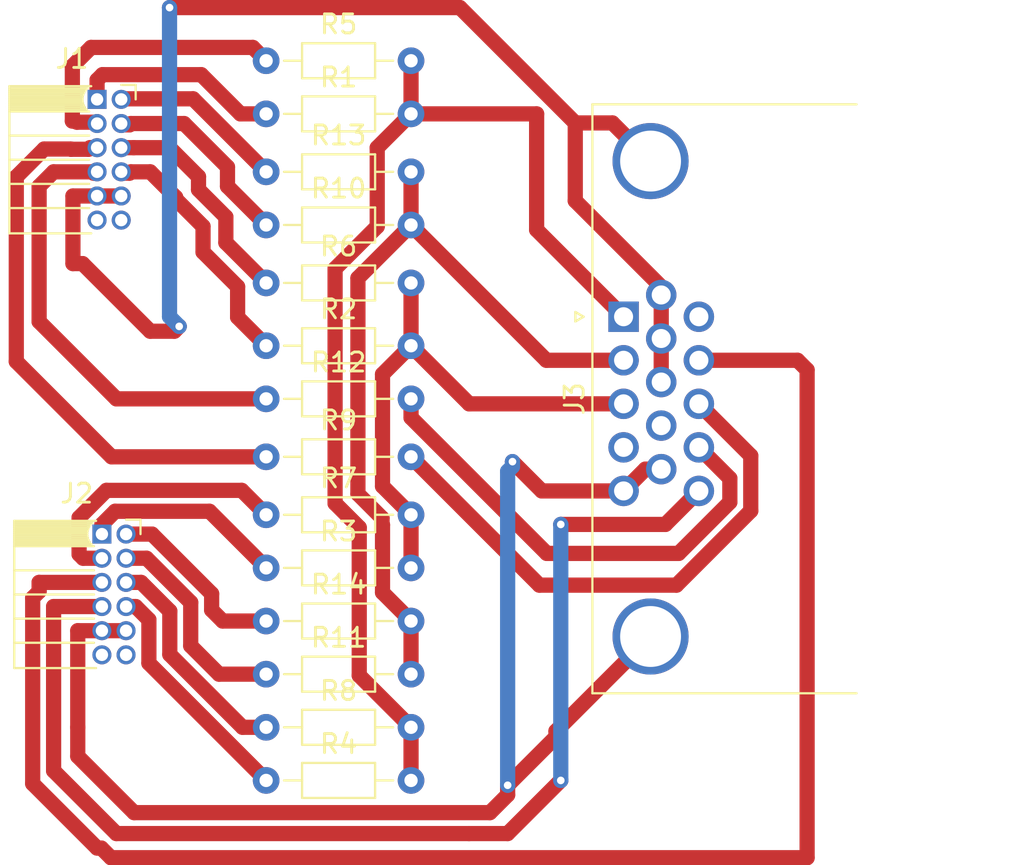
<source format=kicad_pcb>
(kicad_pcb (version 20171130) (host pcbnew 5.1.6-c6e7f7d~86~ubuntu16.04.1)

  (general
    (thickness 1.6)
    (drawings 0)
    (tracks 186)
    (zones 0)
    (modules 17)
    (nets 30)
  )

  (page A4)
  (layers
    (0 F.Cu signal)
    (31 B.Cu signal)
    (32 B.Adhes user hide)
    (33 F.Adhes user hide)
    (34 B.Paste user hide)
    (35 F.Paste user hide)
    (36 B.SilkS user hide)
    (37 F.SilkS user)
    (38 B.Mask user hide)
    (39 F.Mask user hide)
    (40 Dwgs.User user hide)
    (41 Cmts.User user hide)
    (42 Eco1.User user hide)
    (43 Eco2.User user hide)
    (44 Edge.Cuts user hide)
    (45 Margin user hide)
    (46 B.CrtYd user)
    (47 F.CrtYd user)
    (48 B.Fab user hide)
    (49 F.Fab user)
  )

  (setup
    (last_trace_width 0.8)
    (trace_clearance 0.3)
    (zone_clearance 0.508)
    (zone_45_only no)
    (trace_min 0.2)
    (via_size 0.8)
    (via_drill 0.4)
    (via_min_size 0.4)
    (via_min_drill 0.3)
    (uvia_size 0.3)
    (uvia_drill 0.1)
    (uvias_allowed no)
    (uvia_min_size 0.2)
    (uvia_min_drill 0.1)
    (edge_width 0.05)
    (segment_width 0.2)
    (pcb_text_width 0.3)
    (pcb_text_size 1.5 1.5)
    (mod_edge_width 0.12)
    (mod_text_size 1 1)
    (mod_text_width 0.15)
    (pad_size 1.524 1.524)
    (pad_drill 0.762)
    (pad_to_mask_clearance 0.05)
    (aux_axis_origin 0 0)
    (visible_elements FFF8FB7F)
    (pcbplotparams
      (layerselection 0x010fc_ffffffff)
      (usegerberextensions false)
      (usegerberattributes true)
      (usegerberadvancedattributes true)
      (creategerberjobfile true)
      (excludeedgelayer true)
      (linewidth 0.100000)
      (plotframeref false)
      (viasonmask false)
      (mode 1)
      (useauxorigin false)
      (hpglpennumber 1)
      (hpglpenspeed 20)
      (hpglpendiameter 15.000000)
      (psnegative false)
      (psa4output false)
      (plotreference true)
      (plotvalue true)
      (plotinvisibletext false)
      (padsonsilk false)
      (subtractmaskfromsilk false)
      (outputformat 1)
      (mirror false)
      (drillshape 1)
      (scaleselection 1)
      (outputdirectory ""))
  )

  (net 0 "")
  (net 1 "Net-(J1-Pad12)")
  (net 2 "Net-(J1-Pad11)")
  (net 3 GND)
  (net 4 "Net-(J1-Pad8)")
  (net 5 "Net-(J1-Pad7)")
  (net 6 "Net-(J1-Pad6)")
  (net 7 "Net-(J1-Pad5)")
  (net 8 "Net-(J1-Pad4)")
  (net 9 "Net-(J1-Pad3)")
  (net 10 "Net-(J1-Pad2)")
  (net 11 "Net-(J1-Pad1)")
  (net 12 "Net-(J2-Pad12)")
  (net 13 "Net-(J2-Pad11)")
  (net 14 "Net-(J2-Pad8)")
  (net 15 "Net-(J2-Pad7)")
  (net 16 "Net-(J2-Pad6)")
  (net 17 "Net-(J2-Pad5)")
  (net 18 "Net-(J2-Pad4)")
  (net 19 "Net-(J2-Pad3)")
  (net 20 "Net-(J2-Pad2)")
  (net 21 "Net-(J2-Pad1)")
  (net 22 "Net-(J3-Pad14)")
  (net 23 "Net-(J3-Pad13)")
  (net 24 "Net-(J3-Pad11)")
  (net 25 "Net-(J3-Pad9)")
  (net 26 "Net-(J3-Pad4)")
  (net 27 "Net-(J3-Pad3)")
  (net 28 "Net-(J3-Pad2)")
  (net 29 "Net-(J3-Pad1)")

  (net_class Default "This is the default net class."
    (clearance 0.3)
    (trace_width 0.8)
    (via_dia 0.8)
    (via_drill 0.4)
    (uvia_dia 0.3)
    (uvia_drill 0.1)
    (add_net GND)
    (add_net "Net-(J1-Pad1)")
    (add_net "Net-(J1-Pad11)")
    (add_net "Net-(J1-Pad12)")
    (add_net "Net-(J1-Pad2)")
    (add_net "Net-(J1-Pad3)")
    (add_net "Net-(J1-Pad4)")
    (add_net "Net-(J1-Pad5)")
    (add_net "Net-(J1-Pad6)")
    (add_net "Net-(J1-Pad7)")
    (add_net "Net-(J1-Pad8)")
    (add_net "Net-(J2-Pad1)")
    (add_net "Net-(J2-Pad11)")
    (add_net "Net-(J2-Pad12)")
    (add_net "Net-(J2-Pad2)")
    (add_net "Net-(J2-Pad3)")
    (add_net "Net-(J2-Pad4)")
    (add_net "Net-(J2-Pad5)")
    (add_net "Net-(J2-Pad6)")
    (add_net "Net-(J2-Pad7)")
    (add_net "Net-(J2-Pad8)")
    (add_net "Net-(J3-Pad1)")
    (add_net "Net-(J3-Pad11)")
    (add_net "Net-(J3-Pad13)")
    (add_net "Net-(J3-Pad14)")
    (add_net "Net-(J3-Pad2)")
    (add_net "Net-(J3-Pad3)")
    (add_net "Net-(J3-Pad4)")
    (add_net "Net-(J3-Pad9)")
  )

  (module Connector_PinSocket_1.27mm:PinSocket_2x06_P1.27mm_Horizontal (layer F.Cu) (tedit 5F5D1932) (tstamp 5F5D7518)
    (at 111.76 90.424)
    (descr "Through hole angled socket strip, 2x06, 1.27mm pitch, 4.4mm socket length, double cols (https://gct.co/pdfjs/web/viewer.html?file=/Files/Drawings/BD091.pdf&t=1511594177220), script generated")
    (tags "Through hole angled socket strip THT 2x06 1.27mm double row")
    (path /5F5EBA31)
    (fp_text reference J2 (at -2.5925 -2.135) (layer F.SilkS)
      (effects (font (size 1 1) (thickness 0.15)))
    )
    (fp_text value PMOD_2 (at -2.5925 8.485) (layer F.Fab)
      (effects (font (size 1 1) (thickness 0.15)))
    )
    (fp_line (start 1.15 7.5) (end 1.15 -1.15) (layer F.CrtYd) (width 0.05))
    (fp_line (start -6.35 7.5) (end 1.15 7.5) (layer F.CrtYd) (width 0.05))
    (fp_line (start -6.35 -1.15) (end -6.35 7.5) (layer F.CrtYd) (width 0.05))
    (fp_line (start 1.15 -1.15) (end -6.35 -1.15) (layer F.CrtYd) (width 0.05))
    (fp_line (start 0 -0.76) (end 0.76 -0.76) (layer F.SilkS) (width 0.12))
    (fp_line (start 0.76 -0.76) (end 0.76 0) (layer F.SilkS) (width 0.12))
    (fp_line (start -5.88 -0.695) (end -5.88 7.045) (layer F.SilkS) (width 0.12))
    (fp_line (start -5.88 7.045) (end -1.57753 7.045) (layer F.SilkS) (width 0.12))
    (fp_line (start -5.88 -0.695) (end -1.57753 -0.695) (layer F.SilkS) (width 0.12))
    (fp_line (start -5.88 5.715) (end -1.687582 5.715) (layer F.SilkS) (width 0.12))
    (fp_line (start -5.88 4.445) (end -1.687582 4.445) (layer F.SilkS) (width 0.12))
    (fp_line (start -5.88 3.175) (end -1.687582 3.175) (layer F.SilkS) (width 0.12))
    (fp_line (start -5.88 1.905) (end -1.687582 1.905) (layer F.SilkS) (width 0.12))
    (fp_line (start -5.88 0.635) (end -1.687582 0.635) (layer F.SilkS) (width 0.12))
    (fp_line (start -5.88 0.525) (end -1.819523 0.525) (layer F.SilkS) (width 0.12))
    (fp_line (start -5.88 0.415) (end -1.906691 0.415) (layer F.SilkS) (width 0.12))
    (fp_line (start -5.88 0.305) (end -1.966114 0.305) (layer F.SilkS) (width 0.12))
    (fp_line (start -5.88 0.195) (end -2.004558 0.195) (layer F.SilkS) (width 0.12))
    (fp_line (start -5.88 0.085) (end -2.025232 0.085) (layer F.SilkS) (width 0.12))
    (fp_line (start -5.88 -0.025) (end -2.029589 -0.025) (layer F.SilkS) (width 0.12))
    (fp_line (start -5.88 -0.135) (end -2.017914 -0.135) (layer F.SilkS) (width 0.12))
    (fp_line (start -5.88 -0.245) (end -1.989427 -0.245) (layer F.SilkS) (width 0.12))
    (fp_line (start -5.88 -0.355) (end -1.941993 -0.355) (layer F.SilkS) (width 0.12))
    (fp_line (start -5.88 -0.465) (end -1.871145 -0.465) (layer F.SilkS) (width 0.12))
    (fp_line (start -5.88 -0.575) (end -1.766966 -0.575) (layer F.SilkS) (width 0.12))
    (fp_line (start 0 6.6) (end 0 6.1) (layer F.Fab) (width 0.1))
    (fp_line (start -1.42 6.6) (end 0 6.6) (layer F.Fab) (width 0.1))
    (fp_line (start 0 6.1) (end -1.42 6.1) (layer F.Fab) (width 0.1))
    (fp_line (start 0 5.33) (end 0 4.83) (layer F.Fab) (width 0.1))
    (fp_line (start -1.42 5.33) (end 0 5.33) (layer F.Fab) (width 0.1))
    (fp_line (start 0 4.83) (end -1.42 4.83) (layer F.Fab) (width 0.1))
    (fp_line (start 0 4.06) (end 0 3.56) (layer F.Fab) (width 0.1))
    (fp_line (start -1.42 4.06) (end 0 4.06) (layer F.Fab) (width 0.1))
    (fp_line (start 0 3.56) (end -1.42 3.56) (layer F.Fab) (width 0.1))
    (fp_line (start 0 2.79) (end 0 2.29) (layer F.Fab) (width 0.1))
    (fp_line (start -1.42 2.79) (end 0 2.79) (layer F.Fab) (width 0.1))
    (fp_line (start 0 2.29) (end -1.42 2.29) (layer F.Fab) (width 0.1))
    (fp_line (start 0 1.52) (end 0 1.02) (layer F.Fab) (width 0.1))
    (fp_line (start -1.42 1.52) (end 0 1.52) (layer F.Fab) (width 0.1))
    (fp_line (start 0 1.02) (end -1.42 1.02) (layer F.Fab) (width 0.1))
    (fp_line (start 0 0.25) (end 0 -0.25) (layer F.Fab) (width 0.1))
    (fp_line (start -1.42 0.25) (end 0 0.25) (layer F.Fab) (width 0.1))
    (fp_line (start 0 -0.25) (end -1.42 -0.25) (layer F.Fab) (width 0.1))
    (fp_line (start -5.82 6.985) (end -5.82 -0.635) (layer F.Fab) (width 0.1))
    (fp_line (start -1.42 6.985) (end -5.82 6.985) (layer F.Fab) (width 0.1))
    (fp_line (start -1.42 -0.25) (end -1.42 6.985) (layer F.Fab) (width 0.1))
    (fp_line (start -1.805 -0.635) (end -1.42 -0.25) (layer F.Fab) (width 0.1))
    (fp_line (start -5.82 -0.635) (end -1.805 -0.635) (layer F.Fab) (width 0.1))
    (fp_text user %R (at -3.62 3.175 90) (layer F.Fab)
      (effects (font (size 1 1) (thickness 0.15)))
    )
    (pad 12 thru_hole oval (at 0 6.35) (size 1 1) (drill 0.65) (layers *.Cu *.Mask)
      (net 12 "Net-(J2-Pad12)"))
    (pad 11 thru_hole oval (at -1.27 6.35) (size 1 1) (drill 0.65) (layers *.Cu *.Mask)
      (net 13 "Net-(J2-Pad11)"))
    (pad 10 thru_hole oval (at 0 5.08) (size 1 1) (drill 0.65) (layers *.Cu *.Mask)
      (net 3 GND))
    (pad 9 thru_hole oval (at -1.27 5.08) (size 1 1) (drill 0.65) (layers *.Cu *.Mask)
      (net 3 GND))
    (pad 8 thru_hole oval (at 0 3.81) (size 1 1) (drill 0.65) (layers *.Cu *.Mask)
      (net 14 "Net-(J2-Pad8)"))
    (pad 7 thru_hole oval (at -1.27 3.81) (size 1 1) (drill 0.65) (layers *.Cu *.Mask)
      (net 15 "Net-(J2-Pad7)"))
    (pad 6 thru_hole oval (at 0 2.54) (size 1 1) (drill 0.65) (layers *.Cu *.Mask)
      (net 16 "Net-(J2-Pad6)"))
    (pad 5 thru_hole oval (at -1.27 2.54) (size 1 1) (drill 0.65) (layers *.Cu *.Mask)
      (net 17 "Net-(J2-Pad5)"))
    (pad 4 thru_hole oval (at 0 1.27) (size 1 1) (drill 0.65) (layers *.Cu *.Mask)
      (net 18 "Net-(J2-Pad4)"))
    (pad 3 thru_hole oval (at -1.27 1.27) (size 1 1) (drill 0.65) (layers *.Cu *.Mask)
      (net 19 "Net-(J2-Pad3)"))
    (pad 2 thru_hole oval (at 0 0) (size 1 1) (drill 0.65) (layers *.Cu *.Mask)
      (net 20 "Net-(J2-Pad2)"))
    (pad 1 thru_hole rect (at -1.27 0) (size 1 1) (drill 0.65) (layers *.Cu *.Mask)
      (net 21 "Net-(J2-Pad1)"))
    (model ${KISYS3DMOD}/Connector_PinSocket_1.27mm.3dshapes/PinSocket_2x06_P1.27mm_Horizontal.wrl
      (at (xyz 0 0 0))
      (scale (xyz 1 1 1))
      (rotate (xyz 0 0 0))
    )
  )

  (module Connector_PinSocket_1.27mm:PMOD (layer F.Cu) (tedit 5F5D18AC) (tstamp 5F5D7F47)
    (at 111.506 67.564)
    (descr "Through hole angled socket strip, 2x06, 1.27mm pitch, 4.4mm socket length, double cols (https://gct.co/pdfjs/web/viewer.html?file=/Files/Drawings/BD091.pdf&t=1511594177220), script generated")
    (tags "Through hole angled socket strip THT 2x06 1.27mm double row")
    (path /5F5D1923)
    (fp_text reference J1 (at -2.5925 -2.135) (layer F.SilkS)
      (effects (font (size 1 1) (thickness 0.15)))
    )
    (fp_text value PMOD_1 (at -2.5925 8.485) (layer F.Fab)
      (effects (font (size 1 1) (thickness 0.15)))
    )
    (fp_line (start 1.15 7.5) (end 1.15 -1.15) (layer F.CrtYd) (width 0.05))
    (fp_line (start -6.35 7.5) (end 1.15 7.5) (layer F.CrtYd) (width 0.05))
    (fp_line (start -6.35 -1.15) (end -6.35 7.5) (layer F.CrtYd) (width 0.05))
    (fp_line (start 1.15 -1.15) (end -6.35 -1.15) (layer F.CrtYd) (width 0.05))
    (fp_line (start 0 -0.76) (end 0.76 -0.76) (layer F.SilkS) (width 0.12))
    (fp_line (start 0.76 -0.76) (end 0.76 0) (layer F.SilkS) (width 0.12))
    (fp_line (start -5.88 -0.695) (end -5.88 7.045) (layer F.SilkS) (width 0.12))
    (fp_line (start -5.88 7.045) (end -1.57753 7.045) (layer F.SilkS) (width 0.12))
    (fp_line (start -5.88 -0.695) (end -1.57753 -0.695) (layer F.SilkS) (width 0.12))
    (fp_line (start -5.88 5.715) (end -1.687582 5.715) (layer F.SilkS) (width 0.12))
    (fp_line (start -5.88 4.445) (end -1.687582 4.445) (layer F.SilkS) (width 0.12))
    (fp_line (start -5.88 3.175) (end -1.687582 3.175) (layer F.SilkS) (width 0.12))
    (fp_line (start -5.88 1.905) (end -1.687582 1.905) (layer F.SilkS) (width 0.12))
    (fp_line (start -5.88 0.635) (end -1.687582 0.635) (layer F.SilkS) (width 0.12))
    (fp_line (start -5.88 0.525) (end -1.819523 0.525) (layer F.SilkS) (width 0.12))
    (fp_line (start -5.88 0.415) (end -1.906691 0.415) (layer F.SilkS) (width 0.12))
    (fp_line (start -5.88 0.305) (end -1.966114 0.305) (layer F.SilkS) (width 0.12))
    (fp_line (start -5.88 0.195) (end -2.004558 0.195) (layer F.SilkS) (width 0.12))
    (fp_line (start -5.88 0.085) (end -2.025232 0.085) (layer F.SilkS) (width 0.12))
    (fp_line (start -5.88 -0.025) (end -2.029589 -0.025) (layer F.SilkS) (width 0.12))
    (fp_line (start -5.88 -0.135) (end -2.017914 -0.135) (layer F.SilkS) (width 0.12))
    (fp_line (start -5.88 -0.245) (end -1.989427 -0.245) (layer F.SilkS) (width 0.12))
    (fp_line (start -5.88 -0.355) (end -1.941993 -0.355) (layer F.SilkS) (width 0.12))
    (fp_line (start -5.88 -0.465) (end -1.871145 -0.465) (layer F.SilkS) (width 0.12))
    (fp_line (start -5.88 -0.575) (end -1.766966 -0.575) (layer F.SilkS) (width 0.12))
    (fp_line (start 0 6.6) (end 0 6.1) (layer F.Fab) (width 0.1))
    (fp_line (start -1.42 6.6) (end 0 6.6) (layer F.Fab) (width 0.1))
    (fp_line (start 0 6.1) (end -1.42 6.1) (layer F.Fab) (width 0.1))
    (fp_line (start 0 5.33) (end 0 4.83) (layer F.Fab) (width 0.1))
    (fp_line (start -1.42 5.33) (end 0 5.33) (layer F.Fab) (width 0.1))
    (fp_line (start 0 4.83) (end -1.42 4.83) (layer F.Fab) (width 0.1))
    (fp_line (start 0 4.06) (end 0 3.56) (layer F.Fab) (width 0.1))
    (fp_line (start -1.42 4.06) (end 0 4.06) (layer F.Fab) (width 0.1))
    (fp_line (start 0 3.56) (end -1.42 3.56) (layer F.Fab) (width 0.1))
    (fp_line (start 0 2.79) (end 0 2.29) (layer F.Fab) (width 0.1))
    (fp_line (start -1.42 2.79) (end 0 2.79) (layer F.Fab) (width 0.1))
    (fp_line (start 0 2.29) (end -1.42 2.29) (layer F.Fab) (width 0.1))
    (fp_line (start 0 1.52) (end 0 1.02) (layer F.Fab) (width 0.1))
    (fp_line (start -1.42 1.52) (end 0 1.52) (layer F.Fab) (width 0.1))
    (fp_line (start 0 1.02) (end -1.42 1.02) (layer F.Fab) (width 0.1))
    (fp_line (start 0 0.25) (end 0 -0.25) (layer F.Fab) (width 0.1))
    (fp_line (start -1.42 0.25) (end 0 0.25) (layer F.Fab) (width 0.1))
    (fp_line (start 0 -0.25) (end -1.42 -0.25) (layer F.Fab) (width 0.1))
    (fp_line (start -5.82 6.985) (end -5.82 -0.635) (layer F.Fab) (width 0.1))
    (fp_line (start -1.42 6.985) (end -5.82 6.985) (layer F.Fab) (width 0.1))
    (fp_line (start -1.42 -0.25) (end -1.42 6.985) (layer F.Fab) (width 0.1))
    (fp_line (start -1.805 -0.635) (end -1.42 -0.25) (layer F.Fab) (width 0.1))
    (fp_line (start -5.82 -0.635) (end -1.805 -0.635) (layer F.Fab) (width 0.1))
    (fp_text user %R (at -3.62 3.175 90) (layer F.Fab)
      (effects (font (size 1 1) (thickness 0.15)))
    )
    (pad 11 thru_hole oval (at -1.27 6.35) (size 1 1) (drill 0.65) (layers *.Cu *.Mask)
      (net 2 "Net-(J1-Pad11)"))
    (pad 12 thru_hole oval (at 0 6.35) (size 1 1) (drill 0.65) (layers *.Cu *.Mask)
      (net 1 "Net-(J1-Pad12)"))
    (pad 9 thru_hole oval (at -1.27 5.08) (size 1 1) (drill 0.65) (layers *.Cu *.Mask)
      (net 3 GND))
    (pad 10 thru_hole oval (at 0 5.08) (size 1 1) (drill 0.65) (layers *.Cu *.Mask)
      (net 3 GND))
    (pad 7 thru_hole oval (at -1.27 3.81) (size 1 1) (drill 0.65) (layers *.Cu *.Mask)
      (net 5 "Net-(J1-Pad7)"))
    (pad 8 thru_hole oval (at 0 3.81) (size 1 1) (drill 0.65) (layers *.Cu *.Mask)
      (net 4 "Net-(J1-Pad8)"))
    (pad 5 thru_hole oval (at -1.27 2.54) (size 1 1) (drill 0.65) (layers *.Cu *.Mask)
      (net 7 "Net-(J1-Pad5)"))
    (pad 6 thru_hole oval (at 0 2.54) (size 1 1) (drill 0.65) (layers *.Cu *.Mask)
      (net 6 "Net-(J1-Pad6)"))
    (pad 3 thru_hole oval (at -1.27 1.27) (size 1 1) (drill 0.65) (layers *.Cu *.Mask)
      (net 9 "Net-(J1-Pad3)"))
    (pad 4 thru_hole oval (at 0 1.27) (size 1 1) (drill 0.65) (layers *.Cu *.Mask)
      (net 8 "Net-(J1-Pad4)"))
    (pad 2 thru_hole oval (at 0 0) (size 1 1) (drill 0.65) (layers *.Cu *.Mask)
      (net 10 "Net-(J1-Pad2)"))
    (pad 1 thru_hole rect (at -1.27 0) (size 1 1) (drill 0.65) (layers *.Cu *.Mask)
      (net 11 "Net-(J1-Pad1)"))
    (model ${KISYS3DMOD}/Connector_PinSocket_1.27mm.3dshapes/PinSocket_2x06_P1.27mm_Horizontal.wrl
      (at (xyz 0 0 0))
      (scale (xyz 1 1 1))
      (rotate (xyz 0 0 0))
    )
  )

  (module Resistor_THT:R_Axial_DIN0204_L3.6mm_D1.6mm_P7.62mm_Horizontal (layer F.Cu) (tedit 5AE5139B) (tstamp 5F5D7694)
    (at 119.126 94.996)
    (descr "Resistor, Axial_DIN0204 series, Axial, Horizontal, pin pitch=7.62mm, 0.167W, length*diameter=3.6*1.6mm^2, http://cdn-reichelt.de/documents/datenblatt/B400/1_4W%23YAG.pdf")
    (tags "Resistor Axial_DIN0204 series Axial Horizontal pin pitch 7.62mm 0.167W length 3.6mm diameter 1.6mm")
    (path /5F5EBA3B)
    (fp_text reference R14 (at 3.81 -1.92) (layer F.SilkS)
      (effects (font (size 1 1) (thickness 0.15)))
    )
    (fp_text value 1k (at 3.81 1.92) (layer F.Fab)
      (effects (font (size 1 1) (thickness 0.15)))
    )
    (fp_line (start 8.57 -1.05) (end -0.95 -1.05) (layer F.CrtYd) (width 0.05))
    (fp_line (start 8.57 1.05) (end 8.57 -1.05) (layer F.CrtYd) (width 0.05))
    (fp_line (start -0.95 1.05) (end 8.57 1.05) (layer F.CrtYd) (width 0.05))
    (fp_line (start -0.95 -1.05) (end -0.95 1.05) (layer F.CrtYd) (width 0.05))
    (fp_line (start 6.68 0) (end 5.73 0) (layer F.SilkS) (width 0.12))
    (fp_line (start 0.94 0) (end 1.89 0) (layer F.SilkS) (width 0.12))
    (fp_line (start 5.73 -0.92) (end 1.89 -0.92) (layer F.SilkS) (width 0.12))
    (fp_line (start 5.73 0.92) (end 5.73 -0.92) (layer F.SilkS) (width 0.12))
    (fp_line (start 1.89 0.92) (end 5.73 0.92) (layer F.SilkS) (width 0.12))
    (fp_line (start 1.89 -0.92) (end 1.89 0.92) (layer F.SilkS) (width 0.12))
    (fp_line (start 7.62 0) (end 5.61 0) (layer F.Fab) (width 0.1))
    (fp_line (start 0 0) (end 2.01 0) (layer F.Fab) (width 0.1))
    (fp_line (start 5.61 -0.8) (end 2.01 -0.8) (layer F.Fab) (width 0.1))
    (fp_line (start 5.61 0.8) (end 5.61 -0.8) (layer F.Fab) (width 0.1))
    (fp_line (start 2.01 0.8) (end 5.61 0.8) (layer F.Fab) (width 0.1))
    (fp_line (start 2.01 -0.8) (end 2.01 0.8) (layer F.Fab) (width 0.1))
    (fp_text user %R (at 3.81 0) (layer F.Fab)
      (effects (font (size 0.72 0.72) (thickness 0.108)))
    )
    (pad 2 thru_hole oval (at 7.62 0) (size 1.4 1.4) (drill 0.7) (layers *.Cu *.Mask)
      (net 28 "Net-(J3-Pad2)"))
    (pad 1 thru_hole circle (at 0 0) (size 1.4 1.4) (drill 0.7) (layers *.Cu *.Mask)
      (net 20 "Net-(J2-Pad2)"))
    (model ${KISYS3DMOD}/Resistor_THT.3dshapes/R_Axial_DIN0204_L3.6mm_D1.6mm_P7.62mm_Horizontal.wrl
      (at (xyz 0 0 0))
      (scale (xyz 1 1 1))
      (rotate (xyz 0 0 0))
    )
  )

  (module Resistor_THT:R_Axial_DIN0204_L3.6mm_D1.6mm_P7.62mm_Horizontal (layer F.Cu) (tedit 5AE5139B) (tstamp 5F5D767D)
    (at 119.126 71.374)
    (descr "Resistor, Axial_DIN0204 series, Axial, Horizontal, pin pitch=7.62mm, 0.167W, length*diameter=3.6*1.6mm^2, http://cdn-reichelt.de/documents/datenblatt/B400/1_4W%23YAG.pdf")
    (tags "Resistor Axial_DIN0204 series Axial Horizontal pin pitch 7.62mm 0.167W length 3.6mm diameter 1.6mm")
    (path /5F5D2AA4)
    (fp_text reference R13 (at 3.81 -1.92) (layer F.SilkS)
      (effects (font (size 1 1) (thickness 0.15)))
    )
    (fp_text value 1k (at 3.81 1.92) (layer F.Fab)
      (effects (font (size 1 1) (thickness 0.15)))
    )
    (fp_line (start 8.57 -1.05) (end -0.95 -1.05) (layer F.CrtYd) (width 0.05))
    (fp_line (start 8.57 1.05) (end 8.57 -1.05) (layer F.CrtYd) (width 0.05))
    (fp_line (start -0.95 1.05) (end 8.57 1.05) (layer F.CrtYd) (width 0.05))
    (fp_line (start -0.95 -1.05) (end -0.95 1.05) (layer F.CrtYd) (width 0.05))
    (fp_line (start 6.68 0) (end 5.73 0) (layer F.SilkS) (width 0.12))
    (fp_line (start 0.94 0) (end 1.89 0) (layer F.SilkS) (width 0.12))
    (fp_line (start 5.73 -0.92) (end 1.89 -0.92) (layer F.SilkS) (width 0.12))
    (fp_line (start 5.73 0.92) (end 5.73 -0.92) (layer F.SilkS) (width 0.12))
    (fp_line (start 1.89 0.92) (end 5.73 0.92) (layer F.SilkS) (width 0.12))
    (fp_line (start 1.89 -0.92) (end 1.89 0.92) (layer F.SilkS) (width 0.12))
    (fp_line (start 7.62 0) (end 5.61 0) (layer F.Fab) (width 0.1))
    (fp_line (start 0 0) (end 2.01 0) (layer F.Fab) (width 0.1))
    (fp_line (start 5.61 -0.8) (end 2.01 -0.8) (layer F.Fab) (width 0.1))
    (fp_line (start 5.61 0.8) (end 5.61 -0.8) (layer F.Fab) (width 0.1))
    (fp_line (start 2.01 0.8) (end 5.61 0.8) (layer F.Fab) (width 0.1))
    (fp_line (start 2.01 -0.8) (end 2.01 0.8) (layer F.Fab) (width 0.1))
    (fp_text user %R (at 3.81 0) (layer F.Fab)
      (effects (font (size 0.72 0.72) (thickness 0.108)))
    )
    (pad 2 thru_hole oval (at 7.62 0) (size 1.4 1.4) (drill 0.7) (layers *.Cu *.Mask)
      (net 28 "Net-(J3-Pad2)"))
    (pad 1 thru_hole circle (at 0 0) (size 1.4 1.4) (drill 0.7) (layers *.Cu *.Mask)
      (net 10 "Net-(J1-Pad2)"))
    (model ${KISYS3DMOD}/Resistor_THT.3dshapes/R_Axial_DIN0204_L3.6mm_D1.6mm_P7.62mm_Horizontal.wrl
      (at (xyz 0 0 0))
      (scale (xyz 1 1 1))
      (rotate (xyz 0 0 0))
    )
  )

  (module Resistor_THT:R_Axial_DIN0204_L3.6mm_D1.6mm_P7.62mm_Horizontal (layer F.Cu) (tedit 5AE5139B) (tstamp 5F5D7666)
    (at 119.126 83.312)
    (descr "Resistor, Axial_DIN0204 series, Axial, Horizontal, pin pitch=7.62mm, 0.167W, length*diameter=3.6*1.6mm^2, http://cdn-reichelt.de/documents/datenblatt/B400/1_4W%23YAG.pdf")
    (tags "Resistor Axial_DIN0204 series Axial Horizontal pin pitch 7.62mm 0.167W length 3.6mm diameter 1.6mm")
    (path /5F5E1D03)
    (fp_text reference R12 (at 3.81 -1.92) (layer F.SilkS)
      (effects (font (size 1 1) (thickness 0.15)))
    )
    (fp_text value 100 (at 3.81 1.92) (layer F.Fab)
      (effects (font (size 1 1) (thickness 0.15)))
    )
    (fp_line (start 8.57 -1.05) (end -0.95 -1.05) (layer F.CrtYd) (width 0.05))
    (fp_line (start 8.57 1.05) (end 8.57 -1.05) (layer F.CrtYd) (width 0.05))
    (fp_line (start -0.95 1.05) (end 8.57 1.05) (layer F.CrtYd) (width 0.05))
    (fp_line (start -0.95 -1.05) (end -0.95 1.05) (layer F.CrtYd) (width 0.05))
    (fp_line (start 6.68 0) (end 5.73 0) (layer F.SilkS) (width 0.12))
    (fp_line (start 0.94 0) (end 1.89 0) (layer F.SilkS) (width 0.12))
    (fp_line (start 5.73 -0.92) (end 1.89 -0.92) (layer F.SilkS) (width 0.12))
    (fp_line (start 5.73 0.92) (end 5.73 -0.92) (layer F.SilkS) (width 0.12))
    (fp_line (start 1.89 0.92) (end 5.73 0.92) (layer F.SilkS) (width 0.12))
    (fp_line (start 1.89 -0.92) (end 1.89 0.92) (layer F.SilkS) (width 0.12))
    (fp_line (start 7.62 0) (end 5.61 0) (layer F.Fab) (width 0.1))
    (fp_line (start 0 0) (end 2.01 0) (layer F.Fab) (width 0.1))
    (fp_line (start 5.61 -0.8) (end 2.01 -0.8) (layer F.Fab) (width 0.1))
    (fp_line (start 5.61 0.8) (end 5.61 -0.8) (layer F.Fab) (width 0.1))
    (fp_line (start 2.01 0.8) (end 5.61 0.8) (layer F.Fab) (width 0.1))
    (fp_line (start 2.01 -0.8) (end 2.01 0.8) (layer F.Fab) (width 0.1))
    (fp_text user %R (at 3.81 0) (layer F.Fab)
      (effects (font (size 0.72 0.72) (thickness 0.108)))
    )
    (pad 2 thru_hole oval (at 7.62 0) (size 1.4 1.4) (drill 0.7) (layers *.Cu *.Mask)
      (net 22 "Net-(J3-Pad14)"))
    (pad 1 thru_hole circle (at 0 0) (size 1.4 1.4) (drill 0.7) (layers *.Cu *.Mask)
      (net 5 "Net-(J1-Pad7)"))
    (model ${KISYS3DMOD}/Resistor_THT.3dshapes/R_Axial_DIN0204_L3.6mm_D1.6mm_P7.62mm_Horizontal.wrl
      (at (xyz 0 0 0))
      (scale (xyz 1 1 1))
      (rotate (xyz 0 0 0))
    )
  )

  (module Resistor_THT:R_Axial_DIN0204_L3.6mm_D1.6mm_P7.62mm_Horizontal (layer F.Cu) (tedit 5AE5139B) (tstamp 5F5D764F)
    (at 119.126 97.79)
    (descr "Resistor, Axial_DIN0204 series, Axial, Horizontal, pin pitch=7.62mm, 0.167W, length*diameter=3.6*1.6mm^2, http://cdn-reichelt.de/documents/datenblatt/B400/1_4W%23YAG.pdf")
    (tags "Resistor Axial_DIN0204 series Axial Horizontal pin pitch 7.62mm 0.167W length 3.6mm diameter 1.6mm")
    (path /5F5EBA4F)
    (fp_text reference R11 (at 3.81 -1.92) (layer F.SilkS)
      (effects (font (size 1 1) (thickness 0.15)))
    )
    (fp_text value 510 (at 3.81 1.92) (layer F.Fab)
      (effects (font (size 1 1) (thickness 0.15)))
    )
    (fp_line (start 8.57 -1.05) (end -0.95 -1.05) (layer F.CrtYd) (width 0.05))
    (fp_line (start 8.57 1.05) (end 8.57 -1.05) (layer F.CrtYd) (width 0.05))
    (fp_line (start -0.95 1.05) (end 8.57 1.05) (layer F.CrtYd) (width 0.05))
    (fp_line (start -0.95 -1.05) (end -0.95 1.05) (layer F.CrtYd) (width 0.05))
    (fp_line (start 6.68 0) (end 5.73 0) (layer F.SilkS) (width 0.12))
    (fp_line (start 0.94 0) (end 1.89 0) (layer F.SilkS) (width 0.12))
    (fp_line (start 5.73 -0.92) (end 1.89 -0.92) (layer F.SilkS) (width 0.12))
    (fp_line (start 5.73 0.92) (end 5.73 -0.92) (layer F.SilkS) (width 0.12))
    (fp_line (start 1.89 0.92) (end 5.73 0.92) (layer F.SilkS) (width 0.12))
    (fp_line (start 1.89 -0.92) (end 1.89 0.92) (layer F.SilkS) (width 0.12))
    (fp_line (start 7.62 0) (end 5.61 0) (layer F.Fab) (width 0.1))
    (fp_line (start 0 0) (end 2.01 0) (layer F.Fab) (width 0.1))
    (fp_line (start 5.61 -0.8) (end 2.01 -0.8) (layer F.Fab) (width 0.1))
    (fp_line (start 5.61 0.8) (end 5.61 -0.8) (layer F.Fab) (width 0.1))
    (fp_line (start 2.01 0.8) (end 5.61 0.8) (layer F.Fab) (width 0.1))
    (fp_line (start 2.01 -0.8) (end 2.01 0.8) (layer F.Fab) (width 0.1))
    (fp_text user %R (at 3.81 0) (layer F.Fab)
      (effects (font (size 0.72 0.72) (thickness 0.108)))
    )
    (pad 2 thru_hole oval (at 7.62 0) (size 1.4 1.4) (drill 0.7) (layers *.Cu *.Mask)
      (net 28 "Net-(J3-Pad2)"))
    (pad 1 thru_hole circle (at 0 0) (size 1.4 1.4) (drill 0.7) (layers *.Cu *.Mask)
      (net 18 "Net-(J2-Pad4)"))
    (model ${KISYS3DMOD}/Resistor_THT.3dshapes/R_Axial_DIN0204_L3.6mm_D1.6mm_P7.62mm_Horizontal.wrl
      (at (xyz 0 0 0))
      (scale (xyz 1 1 1))
      (rotate (xyz 0 0 0))
    )
  )

  (module Resistor_THT:R_Axial_DIN0204_L3.6mm_D1.6mm_P7.62mm_Horizontal (layer F.Cu) (tedit 5AE5139B) (tstamp 5F5D7638)
    (at 119.126 74.168)
    (descr "Resistor, Axial_DIN0204 series, Axial, Horizontal, pin pitch=7.62mm, 0.167W, length*diameter=3.6*1.6mm^2, http://cdn-reichelt.de/documents/datenblatt/B400/1_4W%23YAG.pdf")
    (tags "Resistor Axial_DIN0204 series Axial Horizontal pin pitch 7.62mm 0.167W length 3.6mm diameter 1.6mm")
    (path /5F5D44B4)
    (fp_text reference R10 (at 3.81 -1.92) (layer F.SilkS)
      (effects (font (size 1 1) (thickness 0.15)))
    )
    (fp_text value 510 (at 3.81 1.92) (layer F.Fab)
      (effects (font (size 1 1) (thickness 0.15)))
    )
    (fp_line (start 8.57 -1.05) (end -0.95 -1.05) (layer F.CrtYd) (width 0.05))
    (fp_line (start 8.57 1.05) (end 8.57 -1.05) (layer F.CrtYd) (width 0.05))
    (fp_line (start -0.95 1.05) (end 8.57 1.05) (layer F.CrtYd) (width 0.05))
    (fp_line (start -0.95 -1.05) (end -0.95 1.05) (layer F.CrtYd) (width 0.05))
    (fp_line (start 6.68 0) (end 5.73 0) (layer F.SilkS) (width 0.12))
    (fp_line (start 0.94 0) (end 1.89 0) (layer F.SilkS) (width 0.12))
    (fp_line (start 5.73 -0.92) (end 1.89 -0.92) (layer F.SilkS) (width 0.12))
    (fp_line (start 5.73 0.92) (end 5.73 -0.92) (layer F.SilkS) (width 0.12))
    (fp_line (start 1.89 0.92) (end 5.73 0.92) (layer F.SilkS) (width 0.12))
    (fp_line (start 1.89 -0.92) (end 1.89 0.92) (layer F.SilkS) (width 0.12))
    (fp_line (start 7.62 0) (end 5.61 0) (layer F.Fab) (width 0.1))
    (fp_line (start 0 0) (end 2.01 0) (layer F.Fab) (width 0.1))
    (fp_line (start 5.61 -0.8) (end 2.01 -0.8) (layer F.Fab) (width 0.1))
    (fp_line (start 5.61 0.8) (end 5.61 -0.8) (layer F.Fab) (width 0.1))
    (fp_line (start 2.01 0.8) (end 5.61 0.8) (layer F.Fab) (width 0.1))
    (fp_line (start 2.01 -0.8) (end 2.01 0.8) (layer F.Fab) (width 0.1))
    (fp_text user %R (at 3.81 0) (layer F.Fab)
      (effects (font (size 0.72 0.72) (thickness 0.108)))
    )
    (pad 2 thru_hole oval (at 7.62 0) (size 1.4 1.4) (drill 0.7) (layers *.Cu *.Mask)
      (net 28 "Net-(J3-Pad2)"))
    (pad 1 thru_hole circle (at 0 0) (size 1.4 1.4) (drill 0.7) (layers *.Cu *.Mask)
      (net 8 "Net-(J1-Pad4)"))
    (model ${KISYS3DMOD}/Resistor_THT.3dshapes/R_Axial_DIN0204_L3.6mm_D1.6mm_P7.62mm_Horizontal.wrl
      (at (xyz 0 0 0))
      (scale (xyz 1 1 1))
      (rotate (xyz 0 0 0))
    )
  )

  (module Resistor_THT:R_Axial_DIN0204_L3.6mm_D1.6mm_P7.62mm_Horizontal (layer F.Cu) (tedit 5AE5139B) (tstamp 5F5D7621)
    (at 119.126 86.36)
    (descr "Resistor, Axial_DIN0204 series, Axial, Horizontal, pin pitch=7.62mm, 0.167W, length*diameter=3.6*1.6mm^2, http://cdn-reichelt.de/documents/datenblatt/B400/1_4W%23YAG.pdf")
    (tags "Resistor Axial_DIN0204 series Axial Horizontal pin pitch 7.62mm 0.167W length 3.6mm diameter 1.6mm")
    (path /5F5E1D17)
    (fp_text reference R9 (at 3.81 -1.92) (layer F.SilkS)
      (effects (font (size 1 1) (thickness 0.15)))
    )
    (fp_text value 100 (at 3.81 1.92) (layer F.Fab)
      (effects (font (size 1 1) (thickness 0.15)))
    )
    (fp_line (start 8.57 -1.05) (end -0.95 -1.05) (layer F.CrtYd) (width 0.05))
    (fp_line (start 8.57 1.05) (end 8.57 -1.05) (layer F.CrtYd) (width 0.05))
    (fp_line (start -0.95 1.05) (end 8.57 1.05) (layer F.CrtYd) (width 0.05))
    (fp_line (start -0.95 -1.05) (end -0.95 1.05) (layer F.CrtYd) (width 0.05))
    (fp_line (start 6.68 0) (end 5.73 0) (layer F.SilkS) (width 0.12))
    (fp_line (start 0.94 0) (end 1.89 0) (layer F.SilkS) (width 0.12))
    (fp_line (start 5.73 -0.92) (end 1.89 -0.92) (layer F.SilkS) (width 0.12))
    (fp_line (start 5.73 0.92) (end 5.73 -0.92) (layer F.SilkS) (width 0.12))
    (fp_line (start 1.89 0.92) (end 5.73 0.92) (layer F.SilkS) (width 0.12))
    (fp_line (start 1.89 -0.92) (end 1.89 0.92) (layer F.SilkS) (width 0.12))
    (fp_line (start 7.62 0) (end 5.61 0) (layer F.Fab) (width 0.1))
    (fp_line (start 0 0) (end 2.01 0) (layer F.Fab) (width 0.1))
    (fp_line (start 5.61 -0.8) (end 2.01 -0.8) (layer F.Fab) (width 0.1))
    (fp_line (start 5.61 0.8) (end 5.61 -0.8) (layer F.Fab) (width 0.1))
    (fp_line (start 2.01 0.8) (end 5.61 0.8) (layer F.Fab) (width 0.1))
    (fp_line (start 2.01 -0.8) (end 2.01 0.8) (layer F.Fab) (width 0.1))
    (fp_text user %R (at 3.81 0) (layer F.Fab)
      (effects (font (size 0.72 0.72) (thickness 0.108)))
    )
    (pad 2 thru_hole oval (at 7.62 0) (size 1.4 1.4) (drill 0.7) (layers *.Cu *.Mask)
      (net 23 "Net-(J3-Pad13)"))
    (pad 1 thru_hole circle (at 0 0) (size 1.4 1.4) (drill 0.7) (layers *.Cu *.Mask)
      (net 7 "Net-(J1-Pad5)"))
    (model ${KISYS3DMOD}/Resistor_THT.3dshapes/R_Axial_DIN0204_L3.6mm_D1.6mm_P7.62mm_Horizontal.wrl
      (at (xyz 0 0 0))
      (scale (xyz 1 1 1))
      (rotate (xyz 0 0 0))
    )
  )

  (module Resistor_THT:R_Axial_DIN0204_L3.6mm_D1.6mm_P7.62mm_Horizontal (layer F.Cu) (tedit 5AE5139B) (tstamp 5F5D760A)
    (at 119.126 100.584)
    (descr "Resistor, Axial_DIN0204 series, Axial, Horizontal, pin pitch=7.62mm, 0.167W, length*diameter=3.6*1.6mm^2, http://cdn-reichelt.de/documents/datenblatt/B400/1_4W%23YAG.pdf")
    (tags "Resistor Axial_DIN0204 series Axial Horizontal pin pitch 7.62mm 0.167W length 3.6mm diameter 1.6mm")
    (path /5F5EBA45)
    (fp_text reference R8 (at 3.81 -1.92) (layer F.SilkS)
      (effects (font (size 1 1) (thickness 0.15)))
    )
    (fp_text value 1k (at 3.81 1.92) (layer F.Fab)
      (effects (font (size 1 1) (thickness 0.15)))
    )
    (fp_line (start 8.57 -1.05) (end -0.95 -1.05) (layer F.CrtYd) (width 0.05))
    (fp_line (start 8.57 1.05) (end 8.57 -1.05) (layer F.CrtYd) (width 0.05))
    (fp_line (start -0.95 1.05) (end 8.57 1.05) (layer F.CrtYd) (width 0.05))
    (fp_line (start -0.95 -1.05) (end -0.95 1.05) (layer F.CrtYd) (width 0.05))
    (fp_line (start 6.68 0) (end 5.73 0) (layer F.SilkS) (width 0.12))
    (fp_line (start 0.94 0) (end 1.89 0) (layer F.SilkS) (width 0.12))
    (fp_line (start 5.73 -0.92) (end 1.89 -0.92) (layer F.SilkS) (width 0.12))
    (fp_line (start 5.73 0.92) (end 5.73 -0.92) (layer F.SilkS) (width 0.12))
    (fp_line (start 1.89 0.92) (end 5.73 0.92) (layer F.SilkS) (width 0.12))
    (fp_line (start 1.89 -0.92) (end 1.89 0.92) (layer F.SilkS) (width 0.12))
    (fp_line (start 7.62 0) (end 5.61 0) (layer F.Fab) (width 0.1))
    (fp_line (start 0 0) (end 2.01 0) (layer F.Fab) (width 0.1))
    (fp_line (start 5.61 -0.8) (end 2.01 -0.8) (layer F.Fab) (width 0.1))
    (fp_line (start 5.61 0.8) (end 5.61 -0.8) (layer F.Fab) (width 0.1))
    (fp_line (start 2.01 0.8) (end 5.61 0.8) (layer F.Fab) (width 0.1))
    (fp_line (start 2.01 -0.8) (end 2.01 0.8) (layer F.Fab) (width 0.1))
    (fp_text user %R (at 3.81 0) (layer F.Fab)
      (effects (font (size 0.72 0.72) (thickness 0.108)))
    )
    (pad 2 thru_hole oval (at 7.62 0) (size 1.4 1.4) (drill 0.7) (layers *.Cu *.Mask)
      (net 29 "Net-(J3-Pad1)"))
    (pad 1 thru_hole circle (at 0 0) (size 1.4 1.4) (drill 0.7) (layers *.Cu *.Mask)
      (net 16 "Net-(J2-Pad6)"))
    (model ${KISYS3DMOD}/Resistor_THT.3dshapes/R_Axial_DIN0204_L3.6mm_D1.6mm_P7.62mm_Horizontal.wrl
      (at (xyz 0 0 0))
      (scale (xyz 1 1 1))
      (rotate (xyz 0 0 0))
    )
  )

  (module Resistor_THT:R_Axial_DIN0204_L3.6mm_D1.6mm_P7.62mm_Horizontal (layer F.Cu) (tedit 5AE5139B) (tstamp 5F5D864E)
    (at 119.126 89.408)
    (descr "Resistor, Axial_DIN0204 series, Axial, Horizontal, pin pitch=7.62mm, 0.167W, length*diameter=3.6*1.6mm^2, http://cdn-reichelt.de/documents/datenblatt/B400/1_4W%23YAG.pdf")
    (tags "Resistor Axial_DIN0204 series Axial Horizontal pin pitch 7.62mm 0.167W length 3.6mm diameter 1.6mm")
    (path /5F5EBA6F)
    (fp_text reference R7 (at 3.81 -1.92) (layer F.SilkS)
      (effects (font (size 1 1) (thickness 0.15)))
    )
    (fp_text value 1k (at 3.81 1.92) (layer F.Fab)
      (effects (font (size 1 1) (thickness 0.15)))
    )
    (fp_line (start 8.57 -1.05) (end -0.95 -1.05) (layer F.CrtYd) (width 0.05))
    (fp_line (start 8.57 1.05) (end 8.57 -1.05) (layer F.CrtYd) (width 0.05))
    (fp_line (start -0.95 1.05) (end 8.57 1.05) (layer F.CrtYd) (width 0.05))
    (fp_line (start -0.95 -1.05) (end -0.95 1.05) (layer F.CrtYd) (width 0.05))
    (fp_line (start 6.68 0) (end 5.73 0) (layer F.SilkS) (width 0.12))
    (fp_line (start 0.94 0) (end 1.89 0) (layer F.SilkS) (width 0.12))
    (fp_line (start 5.73 -0.92) (end 1.89 -0.92) (layer F.SilkS) (width 0.12))
    (fp_line (start 5.73 0.92) (end 5.73 -0.92) (layer F.SilkS) (width 0.12))
    (fp_line (start 1.89 0.92) (end 5.73 0.92) (layer F.SilkS) (width 0.12))
    (fp_line (start 1.89 -0.92) (end 1.89 0.92) (layer F.SilkS) (width 0.12))
    (fp_line (start 7.62 0) (end 5.61 0) (layer F.Fab) (width 0.1))
    (fp_line (start 0 0) (end 2.01 0) (layer F.Fab) (width 0.1))
    (fp_line (start 5.61 -0.8) (end 2.01 -0.8) (layer F.Fab) (width 0.1))
    (fp_line (start 5.61 0.8) (end 5.61 -0.8) (layer F.Fab) (width 0.1))
    (fp_line (start 2.01 0.8) (end 5.61 0.8) (layer F.Fab) (width 0.1))
    (fp_line (start 2.01 -0.8) (end 2.01 0.8) (layer F.Fab) (width 0.1))
    (fp_text user %R (at 3.81 0) (layer F.Fab)
      (effects (font (size 0.72 0.72) (thickness 0.108)))
    )
    (pad 2 thru_hole oval (at 7.62 0) (size 1.4 1.4) (drill 0.7) (layers *.Cu *.Mask)
      (net 27 "Net-(J3-Pad3)"))
    (pad 1 thru_hole circle (at 0 0) (size 1.4 1.4) (drill 0.7) (layers *.Cu *.Mask)
      (net 19 "Net-(J2-Pad3)"))
    (model ${KISYS3DMOD}/Resistor_THT.3dshapes/R_Axial_DIN0204_L3.6mm_D1.6mm_P7.62mm_Horizontal.wrl
      (at (xyz 0 0 0))
      (scale (xyz 1 1 1))
      (rotate (xyz 0 0 0))
    )
  )

  (module Resistor_THT:R_Axial_DIN0204_L3.6mm_D1.6mm_P7.62mm_Horizontal (layer F.Cu) (tedit 5AE5139B) (tstamp 5F5D75DC)
    (at 119.126 77.216)
    (descr "Resistor, Axial_DIN0204 series, Axial, Horizontal, pin pitch=7.62mm, 0.167W, length*diameter=3.6*1.6mm^2, http://cdn-reichelt.de/documents/datenblatt/B400/1_4W%23YAG.pdf")
    (tags "Resistor Axial_DIN0204 series Axial Horizontal pin pitch 7.62mm 0.167W length 3.6mm diameter 1.6mm")
    (path /5F5D2D89)
    (fp_text reference R6 (at 3.81 -1.92) (layer F.SilkS)
      (effects (font (size 1 1) (thickness 0.15)))
    )
    (fp_text value 1k (at 3.81 1.92) (layer F.Fab)
      (effects (font (size 1 1) (thickness 0.15)))
    )
    (fp_line (start 8.57 -1.05) (end -0.95 -1.05) (layer F.CrtYd) (width 0.05))
    (fp_line (start 8.57 1.05) (end 8.57 -1.05) (layer F.CrtYd) (width 0.05))
    (fp_line (start -0.95 1.05) (end 8.57 1.05) (layer F.CrtYd) (width 0.05))
    (fp_line (start -0.95 -1.05) (end -0.95 1.05) (layer F.CrtYd) (width 0.05))
    (fp_line (start 6.68 0) (end 5.73 0) (layer F.SilkS) (width 0.12))
    (fp_line (start 0.94 0) (end 1.89 0) (layer F.SilkS) (width 0.12))
    (fp_line (start 5.73 -0.92) (end 1.89 -0.92) (layer F.SilkS) (width 0.12))
    (fp_line (start 5.73 0.92) (end 5.73 -0.92) (layer F.SilkS) (width 0.12))
    (fp_line (start 1.89 0.92) (end 5.73 0.92) (layer F.SilkS) (width 0.12))
    (fp_line (start 1.89 -0.92) (end 1.89 0.92) (layer F.SilkS) (width 0.12))
    (fp_line (start 7.62 0) (end 5.61 0) (layer F.Fab) (width 0.1))
    (fp_line (start 0 0) (end 2.01 0) (layer F.Fab) (width 0.1))
    (fp_line (start 5.61 -0.8) (end 2.01 -0.8) (layer F.Fab) (width 0.1))
    (fp_line (start 5.61 0.8) (end 5.61 -0.8) (layer F.Fab) (width 0.1))
    (fp_line (start 2.01 0.8) (end 5.61 0.8) (layer F.Fab) (width 0.1))
    (fp_line (start 2.01 -0.8) (end 2.01 0.8) (layer F.Fab) (width 0.1))
    (fp_text user %R (at 3.81 0) (layer F.Fab)
      (effects (font (size 0.72 0.72) (thickness 0.108)))
    )
    (pad 2 thru_hole oval (at 7.62 0) (size 1.4 1.4) (drill 0.7) (layers *.Cu *.Mask)
      (net 27 "Net-(J3-Pad3)"))
    (pad 1 thru_hole circle (at 0 0) (size 1.4 1.4) (drill 0.7) (layers *.Cu *.Mask)
      (net 6 "Net-(J1-Pad6)"))
    (model ${KISYS3DMOD}/Resistor_THT.3dshapes/R_Axial_DIN0204_L3.6mm_D1.6mm_P7.62mm_Horizontal.wrl
      (at (xyz 0 0 0))
      (scale (xyz 1 1 1))
      (rotate (xyz 0 0 0))
    )
  )

  (module Resistor_THT:R_Axial_DIN0204_L3.6mm_D1.6mm_P7.62mm_Horizontal (layer F.Cu) (tedit 5AE5139B) (tstamp 5F5D75C5)
    (at 119.126 65.532)
    (descr "Resistor, Axial_DIN0204 series, Axial, Horizontal, pin pitch=7.62mm, 0.167W, length*diameter=3.6*1.6mm^2, http://cdn-reichelt.de/documents/datenblatt/B400/1_4W%23YAG.pdf")
    (tags "Resistor Axial_DIN0204 series Axial Horizontal pin pitch 7.62mm 0.167W length 3.6mm diameter 1.6mm")
    (path /5F5E1D0D)
    (fp_text reference R5 (at 3.81 -1.92) (layer F.SilkS)
      (effects (font (size 1 1) (thickness 0.15)))
    )
    (fp_text value 1k (at 3.81 1.92) (layer F.Fab)
      (effects (font (size 1 1) (thickness 0.15)))
    )
    (fp_line (start 8.57 -1.05) (end -0.95 -1.05) (layer F.CrtYd) (width 0.05))
    (fp_line (start 8.57 1.05) (end 8.57 -1.05) (layer F.CrtYd) (width 0.05))
    (fp_line (start -0.95 1.05) (end 8.57 1.05) (layer F.CrtYd) (width 0.05))
    (fp_line (start -0.95 -1.05) (end -0.95 1.05) (layer F.CrtYd) (width 0.05))
    (fp_line (start 6.68 0) (end 5.73 0) (layer F.SilkS) (width 0.12))
    (fp_line (start 0.94 0) (end 1.89 0) (layer F.SilkS) (width 0.12))
    (fp_line (start 5.73 -0.92) (end 1.89 -0.92) (layer F.SilkS) (width 0.12))
    (fp_line (start 5.73 0.92) (end 5.73 -0.92) (layer F.SilkS) (width 0.12))
    (fp_line (start 1.89 0.92) (end 5.73 0.92) (layer F.SilkS) (width 0.12))
    (fp_line (start 1.89 -0.92) (end 1.89 0.92) (layer F.SilkS) (width 0.12))
    (fp_line (start 7.62 0) (end 5.61 0) (layer F.Fab) (width 0.1))
    (fp_line (start 0 0) (end 2.01 0) (layer F.Fab) (width 0.1))
    (fp_line (start 5.61 -0.8) (end 2.01 -0.8) (layer F.Fab) (width 0.1))
    (fp_line (start 5.61 0.8) (end 5.61 -0.8) (layer F.Fab) (width 0.1))
    (fp_line (start 2.01 0.8) (end 5.61 0.8) (layer F.Fab) (width 0.1))
    (fp_line (start 2.01 -0.8) (end 2.01 0.8) (layer F.Fab) (width 0.1))
    (fp_text user %R (at 3.81 0) (layer F.Fab)
      (effects (font (size 0.72 0.72) (thickness 0.108)))
    )
    (pad 2 thru_hole oval (at 7.62 0) (size 1.4 1.4) (drill 0.7) (layers *.Cu *.Mask)
      (net 29 "Net-(J3-Pad1)"))
    (pad 1 thru_hole circle (at 0 0) (size 1.4 1.4) (drill 0.7) (layers *.Cu *.Mask)
      (net 9 "Net-(J1-Pad3)"))
    (model ${KISYS3DMOD}/Resistor_THT.3dshapes/R_Axial_DIN0204_L3.6mm_D1.6mm_P7.62mm_Horizontal.wrl
      (at (xyz 0 0 0))
      (scale (xyz 1 1 1))
      (rotate (xyz 0 0 0))
    )
  )

  (module Resistor_THT:R_Axial_DIN0204_L3.6mm_D1.6mm_P7.62mm_Horizontal (layer F.Cu) (tedit 5AE5139B) (tstamp 5F5D75AE)
    (at 119.126 103.378)
    (descr "Resistor, Axial_DIN0204 series, Axial, Horizontal, pin pitch=7.62mm, 0.167W, length*diameter=3.6*1.6mm^2, http://cdn-reichelt.de/documents/datenblatt/B400/1_4W%23YAG.pdf")
    (tags "Resistor Axial_DIN0204 series Axial Horizontal pin pitch 7.62mm 0.167W length 3.6mm diameter 1.6mm")
    (path /5F5EBA59)
    (fp_text reference R4 (at 3.81 -1.92) (layer F.SilkS)
      (effects (font (size 1 1) (thickness 0.15)))
    )
    (fp_text value 510 (at 3.81 1.92) (layer F.Fab)
      (effects (font (size 1 1) (thickness 0.15)))
    )
    (fp_line (start 8.57 -1.05) (end -0.95 -1.05) (layer F.CrtYd) (width 0.05))
    (fp_line (start 8.57 1.05) (end 8.57 -1.05) (layer F.CrtYd) (width 0.05))
    (fp_line (start -0.95 1.05) (end 8.57 1.05) (layer F.CrtYd) (width 0.05))
    (fp_line (start -0.95 -1.05) (end -0.95 1.05) (layer F.CrtYd) (width 0.05))
    (fp_line (start 6.68 0) (end 5.73 0) (layer F.SilkS) (width 0.12))
    (fp_line (start 0.94 0) (end 1.89 0) (layer F.SilkS) (width 0.12))
    (fp_line (start 5.73 -0.92) (end 1.89 -0.92) (layer F.SilkS) (width 0.12))
    (fp_line (start 5.73 0.92) (end 5.73 -0.92) (layer F.SilkS) (width 0.12))
    (fp_line (start 1.89 0.92) (end 5.73 0.92) (layer F.SilkS) (width 0.12))
    (fp_line (start 1.89 -0.92) (end 1.89 0.92) (layer F.SilkS) (width 0.12))
    (fp_line (start 7.62 0) (end 5.61 0) (layer F.Fab) (width 0.1))
    (fp_line (start 0 0) (end 2.01 0) (layer F.Fab) (width 0.1))
    (fp_line (start 5.61 -0.8) (end 2.01 -0.8) (layer F.Fab) (width 0.1))
    (fp_line (start 5.61 0.8) (end 5.61 -0.8) (layer F.Fab) (width 0.1))
    (fp_line (start 2.01 0.8) (end 5.61 0.8) (layer F.Fab) (width 0.1))
    (fp_line (start 2.01 -0.8) (end 2.01 0.8) (layer F.Fab) (width 0.1))
    (fp_text user %R (at 3.81 0) (layer F.Fab)
      (effects (font (size 0.72 0.72) (thickness 0.108)))
    )
    (pad 2 thru_hole oval (at 7.62 0) (size 1.4 1.4) (drill 0.7) (layers *.Cu *.Mask)
      (net 29 "Net-(J3-Pad1)"))
    (pad 1 thru_hole circle (at 0 0) (size 1.4 1.4) (drill 0.7) (layers *.Cu *.Mask)
      (net 14 "Net-(J2-Pad8)"))
    (model ${KISYS3DMOD}/Resistor_THT.3dshapes/R_Axial_DIN0204_L3.6mm_D1.6mm_P7.62mm_Horizontal.wrl
      (at (xyz 0 0 0))
      (scale (xyz 1 1 1))
      (rotate (xyz 0 0 0))
    )
  )

  (module Resistor_THT:R_Axial_DIN0204_L3.6mm_D1.6mm_P7.62mm_Horizontal (layer F.Cu) (tedit 5AE5139B) (tstamp 5F5D7597)
    (at 119.126 92.202)
    (descr "Resistor, Axial_DIN0204 series, Axial, Horizontal, pin pitch=7.62mm, 0.167W, length*diameter=3.6*1.6mm^2, http://cdn-reichelt.de/documents/datenblatt/B400/1_4W%23YAG.pdf")
    (tags "Resistor Axial_DIN0204 series Axial Horizontal pin pitch 7.62mm 0.167W length 3.6mm diameter 1.6mm")
    (path /5F5EBA83)
    (fp_text reference R3 (at 3.81 -1.92) (layer F.SilkS)
      (effects (font (size 1 1) (thickness 0.15)))
    )
    (fp_text value 510 (at 3.81 1.92) (layer F.Fab)
      (effects (font (size 1 1) (thickness 0.15)))
    )
    (fp_line (start 8.57 -1.05) (end -0.95 -1.05) (layer F.CrtYd) (width 0.05))
    (fp_line (start 8.57 1.05) (end 8.57 -1.05) (layer F.CrtYd) (width 0.05))
    (fp_line (start -0.95 1.05) (end 8.57 1.05) (layer F.CrtYd) (width 0.05))
    (fp_line (start -0.95 -1.05) (end -0.95 1.05) (layer F.CrtYd) (width 0.05))
    (fp_line (start 6.68 0) (end 5.73 0) (layer F.SilkS) (width 0.12))
    (fp_line (start 0.94 0) (end 1.89 0) (layer F.SilkS) (width 0.12))
    (fp_line (start 5.73 -0.92) (end 1.89 -0.92) (layer F.SilkS) (width 0.12))
    (fp_line (start 5.73 0.92) (end 5.73 -0.92) (layer F.SilkS) (width 0.12))
    (fp_line (start 1.89 0.92) (end 5.73 0.92) (layer F.SilkS) (width 0.12))
    (fp_line (start 1.89 -0.92) (end 1.89 0.92) (layer F.SilkS) (width 0.12))
    (fp_line (start 7.62 0) (end 5.61 0) (layer F.Fab) (width 0.1))
    (fp_line (start 0 0) (end 2.01 0) (layer F.Fab) (width 0.1))
    (fp_line (start 5.61 -0.8) (end 2.01 -0.8) (layer F.Fab) (width 0.1))
    (fp_line (start 5.61 0.8) (end 5.61 -0.8) (layer F.Fab) (width 0.1))
    (fp_line (start 2.01 0.8) (end 5.61 0.8) (layer F.Fab) (width 0.1))
    (fp_line (start 2.01 -0.8) (end 2.01 0.8) (layer F.Fab) (width 0.1))
    (fp_text user %R (at 3.81 0) (layer F.Fab)
      (effects (font (size 0.72 0.72) (thickness 0.108)))
    )
    (pad 2 thru_hole oval (at 7.62 0) (size 1.4 1.4) (drill 0.7) (layers *.Cu *.Mask)
      (net 27 "Net-(J3-Pad3)"))
    (pad 1 thru_hole circle (at 0 0) (size 1.4 1.4) (drill 0.7) (layers *.Cu *.Mask)
      (net 21 "Net-(J2-Pad1)"))
    (model ${KISYS3DMOD}/Resistor_THT.3dshapes/R_Axial_DIN0204_L3.6mm_D1.6mm_P7.62mm_Horizontal.wrl
      (at (xyz 0 0 0))
      (scale (xyz 1 1 1))
      (rotate (xyz 0 0 0))
    )
  )

  (module Resistor_THT:R_Axial_DIN0204_L3.6mm_D1.6mm_P7.62mm_Horizontal (layer F.Cu) (tedit 5AE5139B) (tstamp 5F5D7580)
    (at 119.126 80.518)
    (descr "Resistor, Axial_DIN0204 series, Axial, Horizontal, pin pitch=7.62mm, 0.167W, length*diameter=3.6*1.6mm^2, http://cdn-reichelt.de/documents/datenblatt/B400/1_4W%23YAG.pdf")
    (tags "Resistor Axial_DIN0204 series Axial Horizontal pin pitch 7.62mm 0.167W length 3.6mm diameter 1.6mm")
    (path /5F5D44BE)
    (fp_text reference R2 (at 3.81 -1.92) (layer F.SilkS)
      (effects (font (size 1 1) (thickness 0.15)))
    )
    (fp_text value 510 (at 3.81 1.92) (layer F.Fab)
      (effects (font (size 1 1) (thickness 0.15)))
    )
    (fp_line (start 8.57 -1.05) (end -0.95 -1.05) (layer F.CrtYd) (width 0.05))
    (fp_line (start 8.57 1.05) (end 8.57 -1.05) (layer F.CrtYd) (width 0.05))
    (fp_line (start -0.95 1.05) (end 8.57 1.05) (layer F.CrtYd) (width 0.05))
    (fp_line (start -0.95 -1.05) (end -0.95 1.05) (layer F.CrtYd) (width 0.05))
    (fp_line (start 6.68 0) (end 5.73 0) (layer F.SilkS) (width 0.12))
    (fp_line (start 0.94 0) (end 1.89 0) (layer F.SilkS) (width 0.12))
    (fp_line (start 5.73 -0.92) (end 1.89 -0.92) (layer F.SilkS) (width 0.12))
    (fp_line (start 5.73 0.92) (end 5.73 -0.92) (layer F.SilkS) (width 0.12))
    (fp_line (start 1.89 0.92) (end 5.73 0.92) (layer F.SilkS) (width 0.12))
    (fp_line (start 1.89 -0.92) (end 1.89 0.92) (layer F.SilkS) (width 0.12))
    (fp_line (start 7.62 0) (end 5.61 0) (layer F.Fab) (width 0.1))
    (fp_line (start 0 0) (end 2.01 0) (layer F.Fab) (width 0.1))
    (fp_line (start 5.61 -0.8) (end 2.01 -0.8) (layer F.Fab) (width 0.1))
    (fp_line (start 5.61 0.8) (end 5.61 -0.8) (layer F.Fab) (width 0.1))
    (fp_line (start 2.01 0.8) (end 5.61 0.8) (layer F.Fab) (width 0.1))
    (fp_line (start 2.01 -0.8) (end 2.01 0.8) (layer F.Fab) (width 0.1))
    (fp_text user %R (at 3.81 0) (layer F.Fab)
      (effects (font (size 0.72 0.72) (thickness 0.108)))
    )
    (pad 2 thru_hole oval (at 7.62 0) (size 1.4 1.4) (drill 0.7) (layers *.Cu *.Mask)
      (net 27 "Net-(J3-Pad3)"))
    (pad 1 thru_hole circle (at 0 0) (size 1.4 1.4) (drill 0.7) (layers *.Cu *.Mask)
      (net 4 "Net-(J1-Pad8)"))
    (model ${KISYS3DMOD}/Resistor_THT.3dshapes/R_Axial_DIN0204_L3.6mm_D1.6mm_P7.62mm_Horizontal.wrl
      (at (xyz 0 0 0))
      (scale (xyz 1 1 1))
      (rotate (xyz 0 0 0))
    )
  )

  (module Resistor_THT:R_Axial_DIN0204_L3.6mm_D1.6mm_P7.62mm_Horizontal (layer F.Cu) (tedit 5AE5139B) (tstamp 5F5D7569)
    (at 119.126 68.326)
    (descr "Resistor, Axial_DIN0204 series, Axial, Horizontal, pin pitch=7.62mm, 0.167W, length*diameter=3.6*1.6mm^2, http://cdn-reichelt.de/documents/datenblatt/B400/1_4W%23YAG.pdf")
    (tags "Resistor Axial_DIN0204 series Axial Horizontal pin pitch 7.62mm 0.167W length 3.6mm diameter 1.6mm")
    (path /5F5E1D21)
    (fp_text reference R1 (at 3.81 -1.92) (layer F.SilkS)
      (effects (font (size 1 1) (thickness 0.15)))
    )
    (fp_text value 510 (at 3.81 1.92) (layer F.Fab)
      (effects (font (size 1 1) (thickness 0.15)))
    )
    (fp_line (start 8.57 -1.05) (end -0.95 -1.05) (layer F.CrtYd) (width 0.05))
    (fp_line (start 8.57 1.05) (end 8.57 -1.05) (layer F.CrtYd) (width 0.05))
    (fp_line (start -0.95 1.05) (end 8.57 1.05) (layer F.CrtYd) (width 0.05))
    (fp_line (start -0.95 -1.05) (end -0.95 1.05) (layer F.CrtYd) (width 0.05))
    (fp_line (start 6.68 0) (end 5.73 0) (layer F.SilkS) (width 0.12))
    (fp_line (start 0.94 0) (end 1.89 0) (layer F.SilkS) (width 0.12))
    (fp_line (start 5.73 -0.92) (end 1.89 -0.92) (layer F.SilkS) (width 0.12))
    (fp_line (start 5.73 0.92) (end 5.73 -0.92) (layer F.SilkS) (width 0.12))
    (fp_line (start 1.89 0.92) (end 5.73 0.92) (layer F.SilkS) (width 0.12))
    (fp_line (start 1.89 -0.92) (end 1.89 0.92) (layer F.SilkS) (width 0.12))
    (fp_line (start 7.62 0) (end 5.61 0) (layer F.Fab) (width 0.1))
    (fp_line (start 0 0) (end 2.01 0) (layer F.Fab) (width 0.1))
    (fp_line (start 5.61 -0.8) (end 2.01 -0.8) (layer F.Fab) (width 0.1))
    (fp_line (start 5.61 0.8) (end 5.61 -0.8) (layer F.Fab) (width 0.1))
    (fp_line (start 2.01 0.8) (end 5.61 0.8) (layer F.Fab) (width 0.1))
    (fp_line (start 2.01 -0.8) (end 2.01 0.8) (layer F.Fab) (width 0.1))
    (fp_text user %R (at 3.81 0) (layer F.Fab)
      (effects (font (size 0.72 0.72) (thickness 0.108)))
    )
    (pad 2 thru_hole oval (at 7.62 0) (size 1.4 1.4) (drill 0.7) (layers *.Cu *.Mask)
      (net 29 "Net-(J3-Pad1)"))
    (pad 1 thru_hole circle (at 0 0) (size 1.4 1.4) (drill 0.7) (layers *.Cu *.Mask)
      (net 11 "Net-(J1-Pad1)"))
    (model ${KISYS3DMOD}/Resistor_THT.3dshapes/R_Axial_DIN0204_L3.6mm_D1.6mm_P7.62mm_Horizontal.wrl
      (at (xyz 0 0 0))
      (scale (xyz 1 1 1))
      (rotate (xyz 0 0 0))
    )
  )

  (module Connector_Dsub:DSUB-15-HD_Female_Horizontal_P2.29x1.98mm_EdgePinOffset8.35mm_Housed_MountingHolesOffset10.89mm (layer F.Cu) (tedit 59FEDEE2) (tstamp 5F5D7552)
    (at 137.922 78.994 90)
    (descr "15-pin D-Sub connector, horizontal/angled (90 deg), THT-mount, female, pitch 2.29x1.98mm, pin-PCB-offset 8.35mm, distance of mounting holes 25mm, distance of mounting holes to PCB edge 10.889999999999999mm, see https://disti-assets.s3.amazonaws.com/tonar/files/datasheets/16730.pdf")
    (tags "15-pin D-Sub connector horizontal angled 90deg THT female pitch 2.29x1.98mm pin-PCB-offset 8.35mm mounting-holes-distance 25mm mounting-hole-offset 25mm")
    (path /5F5D099B)
    (fp_text reference J3 (at -4.315 -2.58 90) (layer F.SilkS)
      (effects (font (size 1 1) (thickness 0.15)))
    )
    (fp_text value VGA_OUT (at -4.315 20.21 90) (layer F.Fab)
      (effects (font (size 1 1) (thickness 0.15)))
    )
    (fp_line (start 11.65 -2.1) (end -20.25 -2.1) (layer F.CrtYd) (width 0.05))
    (fp_line (start 11.65 19.25) (end 11.65 -2.1) (layer F.CrtYd) (width 0.05))
    (fp_line (start -20.25 19.25) (end 11.65 19.25) (layer F.CrtYd) (width 0.05))
    (fp_line (start -20.25 -2.1) (end -20.25 19.25) (layer F.CrtYd) (width 0.05))
    (fp_line (start 0 -2.101325) (end -0.25 -2.534338) (layer F.SilkS) (width 0.12))
    (fp_line (start 0.25 -2.534338) (end 0 -2.101325) (layer F.SilkS) (width 0.12))
    (fp_line (start -0.25 -2.534338) (end 0.25 -2.534338) (layer F.SilkS) (width 0.12))
    (fp_line (start 11.17 -1.64) (end 11.17 12.25) (layer F.SilkS) (width 0.12))
    (fp_line (start -19.8 -1.64) (end 11.17 -1.64) (layer F.SilkS) (width 0.12))
    (fp_line (start -19.8 12.25) (end -19.8 -1.64) (layer F.SilkS) (width 0.12))
    (fp_line (start 9.785 12.31) (end 9.785 1.42) (layer F.Fab) (width 0.1))
    (fp_line (start 6.585 12.31) (end 6.585 1.42) (layer F.Fab) (width 0.1))
    (fp_line (start -15.215 12.31) (end -15.215 1.42) (layer F.Fab) (width 0.1))
    (fp_line (start -18.415 12.31) (end -18.415 1.42) (layer F.Fab) (width 0.1))
    (fp_line (start 10.685 12.71) (end 5.685 12.71) (layer F.Fab) (width 0.1))
    (fp_line (start 10.685 17.71) (end 10.685 12.71) (layer F.Fab) (width 0.1))
    (fp_line (start 5.685 17.71) (end 10.685 17.71) (layer F.Fab) (width 0.1))
    (fp_line (start 5.685 12.71) (end 5.685 17.71) (layer F.Fab) (width 0.1))
    (fp_line (start -14.315 12.71) (end -19.315 12.71) (layer F.Fab) (width 0.1))
    (fp_line (start -14.315 17.71) (end -14.315 12.71) (layer F.Fab) (width 0.1))
    (fp_line (start -19.315 17.71) (end -14.315 17.71) (layer F.Fab) (width 0.1))
    (fp_line (start -19.315 12.71) (end -19.315 17.71) (layer F.Fab) (width 0.1))
    (fp_line (start 3.835 12.71) (end -12.465 12.71) (layer F.Fab) (width 0.1))
    (fp_line (start 3.835 18.71) (end 3.835 12.71) (layer F.Fab) (width 0.1))
    (fp_line (start -12.465 18.71) (end 3.835 18.71) (layer F.Fab) (width 0.1))
    (fp_line (start -12.465 12.71) (end -12.465 18.71) (layer F.Fab) (width 0.1))
    (fp_line (start 11.11 12.31) (end -19.74 12.31) (layer F.Fab) (width 0.1))
    (fp_line (start 11.11 12.71) (end 11.11 12.31) (layer F.Fab) (width 0.1))
    (fp_line (start -19.74 12.71) (end 11.11 12.71) (layer F.Fab) (width 0.1))
    (fp_line (start -19.74 12.31) (end -19.74 12.71) (layer F.Fab) (width 0.1))
    (fp_line (start 11.11 -1.58) (end -19.74 -1.58) (layer F.Fab) (width 0.1))
    (fp_line (start 11.11 12.31) (end 11.11 -1.58) (layer F.Fab) (width 0.1))
    (fp_line (start -19.74 12.31) (end 11.11 12.31) (layer F.Fab) (width 0.1))
    (fp_line (start -19.74 -1.58) (end -19.74 12.31) (layer F.Fab) (width 0.1))
    (fp_text user %R (at -4.315 15.71 90) (layer F.Fab)
      (effects (font (size 1 1) (thickness 0.15)))
    )
    (fp_arc (start 8.185 1.42) (end 6.585 1.42) (angle 180) (layer F.Fab) (width 0.1))
    (fp_arc (start -16.815 1.42) (end -18.415 1.42) (angle 180) (layer F.Fab) (width 0.1))
    (pad 0 thru_hole circle (at 8.185 1.42 90) (size 4 4) (drill 3.2) (layers *.Cu *.Mask)
      (net 3 GND))
    (pad 0 thru_hole circle (at -16.815 1.42 90) (size 4 4) (drill 3.2) (layers *.Cu *.Mask)
      (net 3 GND))
    (pad 15 thru_hole circle (at -9.16 3.96 90) (size 1.6 1.6) (drill 1) (layers *.Cu *.Mask)
      (net 15 "Net-(J2-Pad7)"))
    (pad 14 thru_hole circle (at -6.87 3.96 90) (size 1.6 1.6) (drill 1) (layers *.Cu *.Mask)
      (net 22 "Net-(J3-Pad14)"))
    (pad 13 thru_hole circle (at -4.58 3.96 90) (size 1.6 1.6) (drill 1) (layers *.Cu *.Mask)
      (net 23 "Net-(J3-Pad13)"))
    (pad 12 thru_hole circle (at -2.29 3.96 90) (size 1.6 1.6) (drill 1) (layers *.Cu *.Mask)
      (net 17 "Net-(J2-Pad5)"))
    (pad 11 thru_hole circle (at 0 3.96 90) (size 1.6 1.6) (drill 1) (layers *.Cu *.Mask)
      (net 24 "Net-(J3-Pad11)"))
    (pad 10 thru_hole circle (at -8.015 1.98 90) (size 1.6 1.6) (drill 1) (layers *.Cu *.Mask)
      (net 3 GND))
    (pad 9 thru_hole circle (at -5.725 1.98 90) (size 1.6 1.6) (drill 1) (layers *.Cu *.Mask)
      (net 25 "Net-(J3-Pad9)"))
    (pad 8 thru_hole circle (at -3.435 1.98 90) (size 1.6 1.6) (drill 1) (layers *.Cu *.Mask)
      (net 3 GND))
    (pad 7 thru_hole circle (at -1.145 1.98 90) (size 1.6 1.6) (drill 1) (layers *.Cu *.Mask)
      (net 3 GND))
    (pad 6 thru_hole circle (at 1.145 1.98 90) (size 1.6 1.6) (drill 1) (layers *.Cu *.Mask)
      (net 3 GND))
    (pad 5 thru_hole circle (at -9.16 0 90) (size 1.6 1.6) (drill 1) (layers *.Cu *.Mask)
      (net 3 GND))
    (pad 4 thru_hole circle (at -6.87 0 90) (size 1.6 1.6) (drill 1) (layers *.Cu *.Mask)
      (net 26 "Net-(J3-Pad4)"))
    (pad 3 thru_hole circle (at -4.58 0 90) (size 1.6 1.6) (drill 1) (layers *.Cu *.Mask)
      (net 27 "Net-(J3-Pad3)"))
    (pad 2 thru_hole circle (at -2.29 0 90) (size 1.6 1.6) (drill 1) (layers *.Cu *.Mask)
      (net 28 "Net-(J3-Pad2)"))
    (pad 1 thru_hole rect (at 0 0 90) (size 1.6 1.6) (drill 1) (layers *.Cu *.Mask)
      (net 29 "Net-(J3-Pad1)"))
    (model ${KISYS3DMOD}/Connector_Dsub.3dshapes/DSUB-15-HD_Female_Horizontal_P2.29x1.98mm_EdgePinOffset8.35mm_Housed_MountingHolesOffset10.89mm.wrl
      (at (xyz 0 0 0))
      (scale (xyz 1 1 1))
      (rotate (xyz 0 0 0))
    )
  )

  (segment (start 139.067 87.009) (end 137.922 88.154) (width 0.8) (layer F.Cu) (net 3))
  (segment (start 139.902 87.009) (end 139.067 87.009) (width 0.8) (layer F.Cu) (net 3))
  (segment (start 137.922 88.154) (end 133.62 88.154) (width 0.8) (layer F.Cu) (net 3))
  (segment (start 133.62 88.154) (end 132.08 86.614) (width 0.8) (layer F.Cu) (net 3))
  (segment (start 111.76 95.504) (end 110.49 95.504) (width 0.8) (layer F.Cu) (net 3))
  (segment (start 110.49 95.504) (end 109.22 95.504) (width 0.8) (layer F.Cu) (net 3))
  (segment (start 109.22 95.504) (end 109.22 100.584) (width 0.8) (layer F.Cu) (net 3))
  (segment (start 109.22 100.584) (end 109.22 102.108) (width 0.8) (layer F.Cu) (net 3))
  (segment (start 109.22 102.108) (end 112.18399 105.07199) (width 0.8) (layer F.Cu) (net 3))
  (segment (start 112.18399 105.07199) (end 130.89401 105.07199) (width 0.8) (layer F.Cu) (net 3))
  (segment (start 131.826 104.14) (end 131.826 103.632) (width 0.8) (layer F.Cu) (net 3))
  (via (at 131.826 103.632) (size 0.8) (drill 0.4) (layers F.Cu B.Cu) (net 3))
  (segment (start 130.89401 105.07199) (end 131.826 104.14) (width 0.8) (layer F.Cu) (net 3))
  (segment (start 131.826 103.632) (end 131.826 87.122) (width 0.8) (layer B.Cu) (net 3))
  (via (at 132.08 86.614) (size 0.8) (drill 0.4) (layers F.Cu B.Cu) (net 3))
  (segment (start 131.826 87.122) (end 132.08 86.868) (width 0.8) (layer B.Cu) (net 3))
  (segment (start 132.08 86.614) (end 132.08 86.868) (width 0.8) (layer B.Cu) (net 3))
  (segment (start 111.506 72.644) (end 110.236 72.644) (width 0.8) (layer F.Cu) (net 3))
  (segment (start 110.236 72.644) (end 108.966 72.644) (width 0.8) (layer F.Cu) (net 3))
  (segment (start 108.966 72.644) (end 108.966 76.2) (width 0.8) (layer F.Cu) (net 3))
  (segment (start 108.966 76.2) (end 109.474 76.2) (width 0.8) (layer F.Cu) (net 3))
  (segment (start 109.474 76.2) (end 113.03 79.756) (width 0.8) (layer F.Cu) (net 3))
  (via (at 114.554 79.502) (size 0.8) (drill 0.4) (layers F.Cu B.Cu) (net 3))
  (segment (start 114.3 79.756) (end 114.554 79.502) (width 0.8) (layer F.Cu) (net 3))
  (segment (start 113.03 79.756) (end 114.3 79.756) (width 0.8) (layer F.Cu) (net 3))
  (segment (start 114.046 78.994) (end 114.046 62.738) (width 0.8) (layer B.Cu) (net 3))
  (via (at 114.046 62.738) (size 0.8) (drill 0.4) (layers F.Cu B.Cu) (net 3))
  (segment (start 114.554 79.502) (end 114.046 78.994) (width 0.8) (layer B.Cu) (net 3))
  (segment (start 129.317649 62.738) (end 135.382 68.802351) (width 0.8) (layer F.Cu) (net 3))
  (segment (start 114.046 62.738) (end 129.317649 62.738) (width 0.8) (layer F.Cu) (net 3))
  (segment (start 135.382 68.802351) (end 135.382 72.898) (width 0.8) (layer F.Cu) (net 3))
  (segment (start 139.902 77.418) (end 139.902 77.849) (width 0.8) (layer F.Cu) (net 3))
  (segment (start 135.382 72.898) (end 139.902 77.418) (width 0.8) (layer F.Cu) (net 3))
  (segment (start 137.335351 68.802351) (end 139.342 70.809) (width 0.8) (layer F.Cu) (net 3))
  (segment (start 135.382 68.802351) (end 137.335351 68.802351) (width 0.8) (layer F.Cu) (net 3))
  (segment (start 139.902 77.849) (end 139.902 80.139) (width 0.8) (layer F.Cu) (net 3))
  (segment (start 139.902 80.139) (end 139.902 82.429) (width 0.8) (layer F.Cu) (net 3))
  (segment (start 139.192 95.959) (end 139.342 95.809) (width 0.8) (layer F.Cu) (net 3))
  (segment (start 131.826 103.632) (end 134.366 101.092) (width 0.8) (layer F.Cu) (net 3))
  (segment (start 134.366 100.785) (end 139.342 95.809) (width 0.8) (layer F.Cu) (net 3))
  (segment (start 134.366 101.092) (end 134.366 100.785) (width 0.8) (layer F.Cu) (net 3))
  (segment (start 113.03 71.374) (end 112.014 71.374) (width 0.8) (layer F.Cu) (net 4))
  (segment (start 114.369991 72.713991) (end 113.03 71.374) (width 0.8) (layer F.Cu) (net 4))
  (segment (start 115.807455 74.243595) (end 114.369991 72.806131) (width 0.8) (layer F.Cu) (net 4))
  (segment (start 111.944001 71.443999) (end 111.436001 71.443999) (width 0.8) (layer F.Cu) (net 4))
  (segment (start 112.014 71.374) (end 111.944001 71.443999) (width 0.8) (layer F.Cu) (net 4))
  (segment (start 119.126 80.518) (end 117.625999 79.017999) (width 0.8) (layer F.Cu) (net 4))
  (segment (start 115.807455 75.594525) (end 115.807455 74.243595) (width 0.8) (layer F.Cu) (net 4))
  (segment (start 114.369991 72.806131) (end 114.369991 72.713991) (width 0.8) (layer F.Cu) (net 4))
  (segment (start 117.625999 79.017999) (end 117.625999 77.413069) (width 0.8) (layer F.Cu) (net 4))
  (segment (start 117.625999 77.413069) (end 115.807455 75.594525) (width 0.8) (layer F.Cu) (net 4))
  (segment (start 109.982 71.374) (end 110.051999 71.443999) (width 0.8) (layer F.Cu) (net 5))
  (segment (start 107.95 71.374) (end 109.982 71.374) (width 0.8) (layer F.Cu) (net 5))
  (segment (start 107.188 79.248) (end 107.188 72.136) (width 0.8) (layer F.Cu) (net 5))
  (segment (start 110.051999 71.443999) (end 110.236 71.443999) (width 0.8) (layer F.Cu) (net 5))
  (segment (start 119.126 83.312) (end 111.252 83.312) (width 0.8) (layer F.Cu) (net 5))
  (segment (start 111.252 83.312) (end 107.188 79.248) (width 0.8) (layer F.Cu) (net 5))
  (segment (start 107.188 72.136) (end 107.95 71.374) (width 0.8) (layer F.Cu) (net 5))
  (segment (start 119.126 77.216) (end 117.007465 75.097465) (width 0.8) (layer F.Cu) (net 6))
  (segment (start 117.007465 73.746535) (end 115.57 72.30907) (width 0.8) (layer F.Cu) (net 6))
  (segment (start 117.007465 75.097465) (end 117.007465 73.746535) (width 0.8) (layer F.Cu) (net 6))
  (segment (start 115.57 72.30907) (end 115.57 71.628) (width 0.8) (layer F.Cu) (net 6))
  (segment (start 114.046 70.104) (end 112.160002 70.104) (width 0.8) (layer F.Cu) (net 6))
  (segment (start 115.57 71.628) (end 114.046 70.104) (width 0.8) (layer F.Cu) (net 6))
  (segment (start 112.160002 70.104) (end 111.436001 70.104) (width 0.8) (layer F.Cu) (net 6))
  (segment (start 109.867647 70.104) (end 110.236 70.104) (width 0.8) (layer F.Cu) (net 7))
  (segment (start 109.783637 70.18801) (end 109.867647 70.104) (width 0.8) (layer F.Cu) (net 7))
  (segment (start 108.864359 70.18801) (end 109.783637 70.18801) (width 0.8) (layer F.Cu) (net 7))
  (segment (start 108.850339 70.17399) (end 108.864359 70.18801) (width 0.8) (layer F.Cu) (net 7))
  (segment (start 105.987991 71.638939) (end 107.45294 70.17399) (width 0.8) (layer F.Cu) (net 7))
  (segment (start 105.98799 81.34999) (end 105.987991 71.638939) (width 0.8) (layer F.Cu) (net 7))
  (segment (start 110.998 86.36) (end 105.98799 81.34999) (width 0.8) (layer F.Cu) (net 7))
  (segment (start 107.45294 70.17399) (end 108.850339 70.17399) (width 0.8) (layer F.Cu) (net 7))
  (segment (start 119.126 86.36) (end 110.998 86.36) (width 0.8) (layer F.Cu) (net 7))
  (segment (start 112.014 68.834) (end 111.944001 68.903999) (width 0.8) (layer F.Cu) (net 8))
  (segment (start 119.126 74.168) (end 117.094 72.136) (width 0.8) (layer F.Cu) (net 8))
  (segment (start 111.944001 68.903999) (end 111.436001 68.903999) (width 0.8) (layer F.Cu) (net 8))
  (segment (start 117.094 72.136) (end 117.094 71.12) (width 0.8) (layer F.Cu) (net 8))
  (segment (start 117.094 71.12) (end 114.808 68.834) (width 0.8) (layer F.Cu) (net 8))
  (segment (start 114.808 68.834) (end 112.014 68.834) (width 0.8) (layer F.Cu) (net 8))
  (segment (start 118.426001 64.832001) (end 109.919999 64.832001) (width 0.8) (layer F.Cu) (net 9))
  (segment (start 119.126 65.532) (end 118.426001 64.832001) (width 0.8) (layer F.Cu) (net 9))
  (segment (start 109.919999 64.832001) (end 108.935999 65.816001) (width 0.8) (layer F.Cu) (net 9))
  (segment (start 108.935999 65.816001) (end 108.935999 68.704001) (width 0.8) (layer F.Cu) (net 9))
  (segment (start 109.175999 68.764001) (end 110.236 68.764001) (width 0.8) (layer F.Cu) (net 9))
  (segment (start 109.115999 68.704001) (end 109.175999 68.764001) (width 0.8) (layer F.Cu) (net 9))
  (segment (start 108.935999 68.704001) (end 109.115999 68.704001) (width 0.8) (layer F.Cu) (net 9))
  (segment (start 115.285999 67.533999) (end 111.536001 67.533999) (width 0.8) (layer F.Cu) (net 10))
  (segment (start 119.126 71.374) (end 115.285999 67.533999) (width 0.8) (layer F.Cu) (net 10))
  (segment (start 110.236 66.548) (end 110.236 67.564) (width 0.8) (layer F.Cu) (net 11))
  (segment (start 119.126 68.326) (end 117.77507 68.326) (width 0.8) (layer F.Cu) (net 11))
  (segment (start 117.77507 68.326) (end 115.713069 66.263999) (width 0.8) (layer F.Cu) (net 11))
  (segment (start 115.713069 66.263999) (end 110.520001 66.263999) (width 0.8) (layer F.Cu) (net 11))
  (segment (start 110.520001 66.263999) (end 110.236 66.548) (width 0.8) (layer F.Cu) (net 11))
  (segment (start 112.266002 94.234) (end 111.76 94.234) (width 0.8) (layer F.Cu) (net 14))
  (segment (start 112.960001 94.927999) (end 112.266002 94.234) (width 0.8) (layer F.Cu) (net 14))
  (segment (start 112.960001 97.212001) (end 112.960001 94.927999) (width 0.8) (layer F.Cu) (net 14))
  (segment (start 119.126 103.378) (end 112.960001 97.212001) (width 0.8) (layer F.Cu) (net 14))
  (segment (start 107.95 102.87) (end 111.252 106.172) (width 0.8) (layer F.Cu) (net 15))
  (segment (start 107.95 94.234) (end 107.95 102.87) (width 0.8) (layer F.Cu) (net 15))
  (segment (start 111.252 106.172) (end 129.794 106.172) (width 0.8) (layer F.Cu) (net 15))
  (segment (start 110.49 94.234) (end 107.95 94.234) (width 0.8) (layer F.Cu) (net 15))
  (segment (start 141.882 88.154) (end 140.12 89.916) (width 0.8) (layer F.Cu) (net 15))
  (segment (start 140.12 89.916) (end 134.62 89.916) (width 0.8) (layer F.Cu) (net 15))
  (segment (start 129.794 106.172) (end 131.826 106.172) (width 0.8) (layer F.Cu) (net 15))
  (segment (start 131.826 106.172) (end 134.62 103.378) (width 0.8) (layer F.Cu) (net 15))
  (via (at 134.62 103.378) (size 0.8) (drill 0.4) (layers F.Cu B.Cu) (net 15))
  (segment (start 134.62 103.378) (end 134.62 89.916) (width 0.8) (layer B.Cu) (net 15))
  (via (at 134.62 89.916) (size 0.8) (drill 0.4) (layers F.Cu B.Cu) (net 15))
  (segment (start 119.126 100.584) (end 117.887648 100.584) (width 0.8) (layer F.Cu) (net 16))
  (segment (start 112.551651 92.964) (end 111.76 92.964) (width 0.8) (layer F.Cu) (net 16))
  (segment (start 114.060011 94.47236) (end 112.551651 92.964) (width 0.8) (layer F.Cu) (net 16))
  (segment (start 114.060011 96.756363) (end 114.060011 94.47236) (width 0.8) (layer F.Cu) (net 16))
  (segment (start 117.887648 100.584) (end 114.060011 96.756363) (width 0.8) (layer F.Cu) (net 16))
  (segment (start 147.07 81.284) (end 141.882 81.284) (width 0.8) (layer F.Cu) (net 17))
  (segment (start 106.84999 103.54799) (end 110.236 106.934) (width 0.8) (layer F.Cu) (net 17))
  (segment (start 110.236 106.934) (end 110.458351 106.934) (width 0.8) (layer F.Cu) (net 17))
  (segment (start 147.574 107.442) (end 147.574 81.788) (width 0.8) (layer F.Cu) (net 17))
  (segment (start 107.188 92.964) (end 107.188 93.440351) (width 0.8) (layer F.Cu) (net 17))
  (segment (start 107.188 93.440351) (end 106.84999 93.778361) (width 0.8) (layer F.Cu) (net 17))
  (segment (start 110.49 92.964) (end 107.188 92.964) (width 0.8) (layer F.Cu) (net 17))
  (segment (start 110.458351 106.934) (end 110.966351 107.442) (width 0.8) (layer F.Cu) (net 17))
  (segment (start 106.84999 93.778361) (end 106.84999 103.54799) (width 0.8) (layer F.Cu) (net 17))
  (segment (start 110.966351 107.442) (end 147.574 107.442) (width 0.8) (layer F.Cu) (net 17))
  (segment (start 147.574 81.788) (end 147.07 81.284) (width 0.8) (layer F.Cu) (net 17))
  (segment (start 119.126 97.79) (end 116.649296 97.79) (width 0.8) (layer F.Cu) (net 18))
  (segment (start 116.649296 97.79) (end 115.160021 96.300725) (width 0.8) (layer F.Cu) (net 18))
  (segment (start 112.8373 91.694) (end 111.76 91.694) (width 0.8) (layer F.Cu) (net 18))
  (segment (start 115.160021 94.016721) (end 112.8373 91.694) (width 0.8) (layer F.Cu) (net 18))
  (segment (start 115.160021 96.300725) (end 115.160021 94.016721) (width 0.8) (layer F.Cu) (net 18))
  (segment (start 109.499998 91.694) (end 110.49 91.694) (width 0.8) (layer F.Cu) (net 19))
  (segment (start 109.289999 91.484001) (end 109.499998 91.694) (width 0.8) (layer F.Cu) (net 19))
  (segment (start 109.289999 89.56235) (end 109.289999 91.484001) (width 0.8) (layer F.Cu) (net 19))
  (segment (start 117.841989 88.123989) (end 110.72836 88.123989) (width 0.8) (layer F.Cu) (net 19))
  (segment (start 110.72836 88.123989) (end 109.289999 89.56235) (width 0.8) (layer F.Cu) (net 19))
  (segment (start 119.126 89.408) (end 117.841989 88.123989) (width 0.8) (layer F.Cu) (net 19))
  (segment (start 119.126 94.996) (end 116.84 94.996) (width 0.8) (layer F.Cu) (net 20))
  (segment (start 113.122948 90.424) (end 111.76 90.424) (width 0.8) (layer F.Cu) (net 20))
  (segment (start 116.26003 93.561082) (end 113.122948 90.424) (width 0.8) (layer F.Cu) (net 20))
  (segment (start 116.260031 94.416031) (end 116.26003 93.561082) (width 0.8) (layer F.Cu) (net 20))
  (segment (start 116.84 94.996) (end 116.260031 94.416031) (width 0.8) (layer F.Cu) (net 20))
  (segment (start 110.49 89.917998) (end 110.49 90.424) (width 0.8) (layer F.Cu) (net 21))
  (segment (start 111.183999 89.223999) (end 110.49 89.917998) (width 0.8) (layer F.Cu) (net 21))
  (segment (start 116.147999 89.223999) (end 111.183999 89.223999) (width 0.8) (layer F.Cu) (net 21))
  (segment (start 119.126 92.202) (end 116.147999 89.223999) (width 0.8) (layer F.Cu) (net 21))
  (segment (start 143.51 87.492) (end 141.882 85.864) (width 0.8) (layer F.Cu) (net 22))
  (segment (start 126.746 83.312) (end 126.746 84.301949) (width 0.8) (layer F.Cu) (net 22))
  (segment (start 143.51 88.746002) (end 143.51 87.492) (width 0.8) (layer F.Cu) (net 22))
  (segment (start 126.746 84.301949) (end 133.884051 91.44) (width 0.8) (layer F.Cu) (net 22))
  (segment (start 133.884051 91.44) (end 140.816002 91.44) (width 0.8) (layer F.Cu) (net 22))
  (segment (start 140.816002 91.44) (end 143.51 88.746002) (width 0.8) (layer F.Cu) (net 22))
  (segment (start 126.746 86.36) (end 133.494999 93.108999) (width 0.8) (layer F.Cu) (net 23))
  (segment (start 144.61001 86.30201) (end 141.882 83.574) (width 0.8) (layer F.Cu) (net 23))
  (segment (start 133.494999 93.108999) (end 140.702652 93.108999) (width 0.8) (layer F.Cu) (net 23))
  (segment (start 140.702652 93.108999) (end 144.61001 89.201641) (width 0.8) (layer F.Cu) (net 23))
  (segment (start 144.61001 89.201641) (end 144.61001 86.30201) (width 0.8) (layer F.Cu) (net 23))
  (segment (start 126.746 77.216) (end 126.746 80.518) (width 0.8) (layer F.Cu) (net 27))
  (segment (start 126.746 89.408) (end 126.746 92.202) (width 0.8) (layer F.Cu) (net 27))
  (segment (start 125.245999 82.018001) (end 126.746 80.518) (width 0.8) (layer F.Cu) (net 27))
  (segment (start 125.245999 87.907999) (end 125.245999 82.018001) (width 0.8) (layer F.Cu) (net 27))
  (segment (start 126.746 89.408) (end 125.245999 87.907999) (width 0.8) (layer F.Cu) (net 27))
  (segment (start 129.802 83.574) (end 137.922 83.574) (width 0.8) (layer F.Cu) (net 27))
  (segment (start 126.746 80.518) (end 129.802 83.574) (width 0.8) (layer F.Cu) (net 27))
  (segment (start 126.746 71.374) (end 126.746 74.168) (width 0.8) (layer F.Cu) (net 28))
  (segment (start 126.746 94.996) (end 126.746 97.79) (width 0.8) (layer F.Cu) (net 28))
  (segment (start 123.952 76.962) (end 126.746 74.168) (width 0.8) (layer F.Cu) (net 28))
  (segment (start 125.222 89.58107) (end 123.952 88.31107) (width 0.8) (layer F.Cu) (net 28))
  (segment (start 123.952 88.31107) (end 123.952 76.962) (width 0.8) (layer F.Cu) (net 28))
  (segment (start 126.746 94.996) (end 125.245999 93.495999) (width 0.8) (layer F.Cu) (net 28))
  (segment (start 125.245999 93.495999) (end 125.245999 89.939999) (width 0.8) (layer F.Cu) (net 28))
  (segment (start 125.245999 89.939999) (end 125.222 89.916) (width 0.8) (layer F.Cu) (net 28))
  (segment (start 125.222 89.916) (end 125.222 89.58107) (width 0.8) (layer F.Cu) (net 28))
  (segment (start 133.862 81.284) (end 137.922 81.284) (width 0.8) (layer F.Cu) (net 28))
  (segment (start 126.746 74.168) (end 133.862 81.284) (width 0.8) (layer F.Cu) (net 28))
  (segment (start 126.746 65.532) (end 126.746 68.326) (width 0.8) (layer F.Cu) (net 29))
  (segment (start 126.746 100.584) (end 126.746 103.378) (width 0.8) (layer F.Cu) (net 29))
  (segment (start 126.746 100.584) (end 124.02199 97.85999) (width 0.8) (layer F.Cu) (net 29))
  (segment (start 124.02199 90.07813) (end 122.75199 88.80813) (width 0.8) (layer F.Cu) (net 29))
  (segment (start 124.02199 97.85999) (end 124.02199 90.07813) (width 0.8) (layer F.Cu) (net 29))
  (segment (start 122.75199 88.80813) (end 122.751991 76.464939) (width 0.8) (layer F.Cu) (net 29))
  (segment (start 122.751991 76.464939) (end 124.968 74.24893) (width 0.8) (layer F.Cu) (net 29))
  (segment (start 124.968 70.104) (end 126.746 68.326) (width 0.8) (layer F.Cu) (net 29))
  (segment (start 124.968 74.24893) (end 124.968 70.104) (width 0.8) (layer F.Cu) (net 29))
  (segment (start 126.746 68.326) (end 133.35 68.326) (width 0.8) (layer F.Cu) (net 29))
  (segment (start 133.35 74.422) (end 137.922 78.994) (width 0.8) (layer F.Cu) (net 29))
  (segment (start 133.35 68.326) (end 133.35 74.422) (width 0.8) (layer F.Cu) (net 29))

)

</source>
